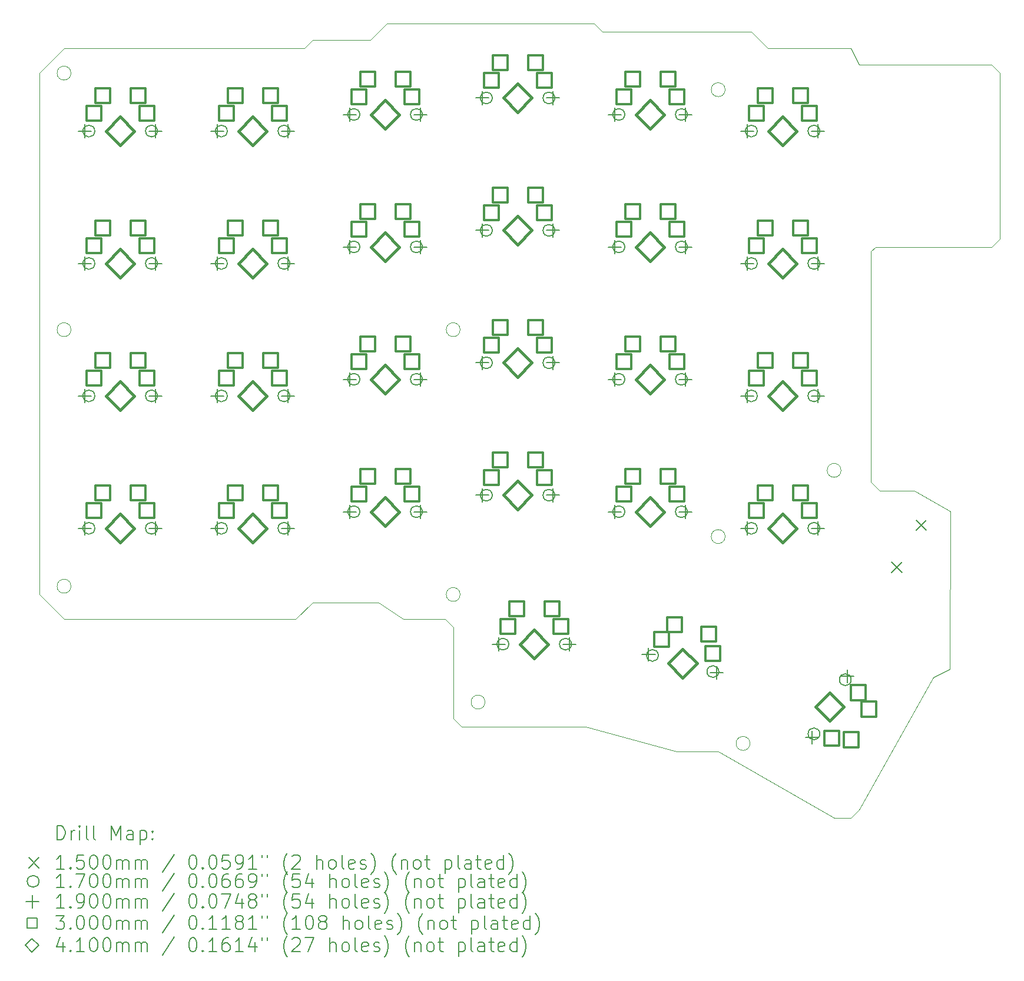
<source format=gbr>
%TF.GenerationSoftware,KiCad,Pcbnew,8.0.4*%
%TF.CreationDate,2024-09-10T03:21:52+03:00*%
%TF.ProjectId,silakka54,73696c61-6b6b-4613-9534-2e6b69636164,rev?*%
%TF.SameCoordinates,Original*%
%TF.FileFunction,Drillmap*%
%TF.FilePolarity,Positive*%
%FSLAX45Y45*%
G04 Gerber Fmt 4.5, Leading zero omitted, Abs format (unit mm)*
G04 Created by KiCad (PCBNEW 8.0.4) date 2024-09-10 03:21:52*
%MOMM*%
%LPD*%
G01*
G04 APERTURE LIST*
%ADD10C,0.050000*%
%ADD11C,0.100000*%
%ADD12C,0.200000*%
%ADD13C,0.150000*%
%ADD14C,0.170000*%
%ADD15C,0.190000*%
%ADD16C,0.300000*%
%ADD17C,0.410000*%
G04 APERTURE END LIST*
D10*
X10953750Y-2619375D02*
X13096875Y-2619375D01*
X13335000Y-2857500D01*
X14525625Y-2857500D01*
X14644687Y-3095625D01*
X16549687Y-3095625D01*
X16668750Y-3214687D01*
X16668750Y-5595937D01*
X16549687Y-5715000D01*
X14882812Y-5715000D01*
X14820000Y-5780000D01*
X14820000Y-9100000D01*
X14940000Y-9220000D01*
X15440000Y-9220000D01*
X15960000Y-9520000D01*
X15954375Y-11787187D01*
X15716250Y-11906250D01*
X14644687Y-13811250D01*
X14525625Y-13930312D01*
X14287500Y-13930312D01*
X12620625Y-12977812D01*
X12501562Y-12977812D01*
X12025312Y-12977812D01*
X10715625Y-12620625D01*
X8929688Y-12620625D01*
X8810625Y-12501562D01*
X8810625Y-11191875D01*
X8691563Y-11072813D01*
X8096250Y-11072813D01*
X7739062Y-10834688D01*
X6786562Y-10834688D01*
X6548437Y-11072813D01*
X3214687Y-11072813D01*
X2857500Y-10715625D01*
X2857500Y-3214687D01*
X3214687Y-2857500D01*
X6667500Y-2857500D01*
X6786562Y-2738438D01*
X7620000Y-2738438D01*
X7858125Y-2500313D01*
X10834688Y-2500313D01*
X10953750Y-2619375D01*
D11*
X3314687Y-10596563D02*
G75*
G02*
X3114687Y-10596563I-100000J0D01*
G01*
X3114687Y-10596563D02*
G75*
G02*
X3314687Y-10596563I100000J0D01*
G01*
X8910625Y-6905625D02*
G75*
G02*
X8710625Y-6905625I-100000J0D01*
G01*
X8710625Y-6905625D02*
G75*
G02*
X8910625Y-6905625I100000J0D01*
G01*
X9267813Y-12263437D02*
G75*
G02*
X9067813Y-12263437I-100000J0D01*
G01*
X9067813Y-12263437D02*
G75*
G02*
X9267813Y-12263437I100000J0D01*
G01*
X8910625Y-10715625D02*
G75*
G02*
X8710625Y-10715625I-100000J0D01*
G01*
X8710625Y-10715625D02*
G75*
G02*
X8910625Y-10715625I100000J0D01*
G01*
X12720625Y-3452812D02*
G75*
G02*
X12520625Y-3452812I-100000J0D01*
G01*
X12520625Y-3452812D02*
G75*
G02*
X12720625Y-3452812I100000J0D01*
G01*
X14387500Y-8929688D02*
G75*
G02*
X14187500Y-8929688I-100000J0D01*
G01*
X14187500Y-8929688D02*
G75*
G02*
X14387500Y-8929688I100000J0D01*
G01*
X12720625Y-9882188D02*
G75*
G02*
X12520625Y-9882188I-100000J0D01*
G01*
X12520625Y-9882188D02*
G75*
G02*
X12720625Y-9882188I100000J0D01*
G01*
X3314687Y-6905625D02*
G75*
G02*
X3114687Y-6905625I-100000J0D01*
G01*
X3114687Y-6905625D02*
G75*
G02*
X3314687Y-6905625I100000J0D01*
G01*
X13077812Y-12858750D02*
G75*
G02*
X12877812Y-12858750I-100000J0D01*
G01*
X12877812Y-12858750D02*
G75*
G02*
X13077812Y-12858750I100000J0D01*
G01*
X3314687Y-3214687D02*
G75*
G02*
X3114687Y-3214687I-100000J0D01*
G01*
X3114687Y-3214687D02*
G75*
G02*
X3314687Y-3214687I100000J0D01*
G01*
D12*
D13*
X15115000Y-10251218D02*
X15265000Y-10401218D01*
X15265000Y-10251218D02*
X15115000Y-10401218D01*
X15465000Y-9645000D02*
X15615000Y-9795000D01*
X15615000Y-9645000D02*
X15465000Y-9795000D01*
D14*
X3656875Y-4048125D02*
G75*
G02*
X3486875Y-4048125I-85000J0D01*
G01*
X3486875Y-4048125D02*
G75*
G02*
X3656875Y-4048125I85000J0D01*
G01*
X3656875Y-5953125D02*
G75*
G02*
X3486875Y-5953125I-85000J0D01*
G01*
X3486875Y-5953125D02*
G75*
G02*
X3656875Y-5953125I85000J0D01*
G01*
X3656875Y-7858125D02*
G75*
G02*
X3486875Y-7858125I-85000J0D01*
G01*
X3486875Y-7858125D02*
G75*
G02*
X3656875Y-7858125I85000J0D01*
G01*
X3656875Y-9763125D02*
G75*
G02*
X3486875Y-9763125I-85000J0D01*
G01*
X3486875Y-9763125D02*
G75*
G02*
X3656875Y-9763125I85000J0D01*
G01*
X4556875Y-4048125D02*
G75*
G02*
X4386875Y-4048125I-85000J0D01*
G01*
X4386875Y-4048125D02*
G75*
G02*
X4556875Y-4048125I85000J0D01*
G01*
X4556875Y-5953125D02*
G75*
G02*
X4386875Y-5953125I-85000J0D01*
G01*
X4386875Y-5953125D02*
G75*
G02*
X4556875Y-5953125I85000J0D01*
G01*
X4556875Y-7858125D02*
G75*
G02*
X4386875Y-7858125I-85000J0D01*
G01*
X4386875Y-7858125D02*
G75*
G02*
X4556875Y-7858125I85000J0D01*
G01*
X4556875Y-9763125D02*
G75*
G02*
X4386875Y-9763125I-85000J0D01*
G01*
X4386875Y-9763125D02*
G75*
G02*
X4556875Y-9763125I85000J0D01*
G01*
X5561875Y-4048125D02*
G75*
G02*
X5391875Y-4048125I-85000J0D01*
G01*
X5391875Y-4048125D02*
G75*
G02*
X5561875Y-4048125I85000J0D01*
G01*
X5561875Y-5953125D02*
G75*
G02*
X5391875Y-5953125I-85000J0D01*
G01*
X5391875Y-5953125D02*
G75*
G02*
X5561875Y-5953125I85000J0D01*
G01*
X5561875Y-7858125D02*
G75*
G02*
X5391875Y-7858125I-85000J0D01*
G01*
X5391875Y-7858125D02*
G75*
G02*
X5561875Y-7858125I85000J0D01*
G01*
X5561875Y-9763125D02*
G75*
G02*
X5391875Y-9763125I-85000J0D01*
G01*
X5391875Y-9763125D02*
G75*
G02*
X5561875Y-9763125I85000J0D01*
G01*
X6461875Y-4048125D02*
G75*
G02*
X6291875Y-4048125I-85000J0D01*
G01*
X6291875Y-4048125D02*
G75*
G02*
X6461875Y-4048125I85000J0D01*
G01*
X6461875Y-5953125D02*
G75*
G02*
X6291875Y-5953125I-85000J0D01*
G01*
X6291875Y-5953125D02*
G75*
G02*
X6461875Y-5953125I85000J0D01*
G01*
X6461875Y-7858125D02*
G75*
G02*
X6291875Y-7858125I-85000J0D01*
G01*
X6291875Y-7858125D02*
G75*
G02*
X6461875Y-7858125I85000J0D01*
G01*
X6461875Y-9763125D02*
G75*
G02*
X6291875Y-9763125I-85000J0D01*
G01*
X6291875Y-9763125D02*
G75*
G02*
X6461875Y-9763125I85000J0D01*
G01*
X7466875Y-3810000D02*
G75*
G02*
X7296875Y-3810000I-85000J0D01*
G01*
X7296875Y-3810000D02*
G75*
G02*
X7466875Y-3810000I85000J0D01*
G01*
X7466875Y-5715000D02*
G75*
G02*
X7296875Y-5715000I-85000J0D01*
G01*
X7296875Y-5715000D02*
G75*
G02*
X7466875Y-5715000I85000J0D01*
G01*
X7466875Y-7620000D02*
G75*
G02*
X7296875Y-7620000I-85000J0D01*
G01*
X7296875Y-7620000D02*
G75*
G02*
X7466875Y-7620000I85000J0D01*
G01*
X7466875Y-9525000D02*
G75*
G02*
X7296875Y-9525000I-85000J0D01*
G01*
X7296875Y-9525000D02*
G75*
G02*
X7466875Y-9525000I85000J0D01*
G01*
X8366875Y-3810000D02*
G75*
G02*
X8196875Y-3810000I-85000J0D01*
G01*
X8196875Y-3810000D02*
G75*
G02*
X8366875Y-3810000I85000J0D01*
G01*
X8366875Y-5715000D02*
G75*
G02*
X8196875Y-5715000I-85000J0D01*
G01*
X8196875Y-5715000D02*
G75*
G02*
X8366875Y-5715000I85000J0D01*
G01*
X8366875Y-7620000D02*
G75*
G02*
X8196875Y-7620000I-85000J0D01*
G01*
X8196875Y-7620000D02*
G75*
G02*
X8366875Y-7620000I85000J0D01*
G01*
X8366875Y-9525000D02*
G75*
G02*
X8196875Y-9525000I-85000J0D01*
G01*
X8196875Y-9525000D02*
G75*
G02*
X8366875Y-9525000I85000J0D01*
G01*
X9371875Y-3571875D02*
G75*
G02*
X9201875Y-3571875I-85000J0D01*
G01*
X9201875Y-3571875D02*
G75*
G02*
X9371875Y-3571875I85000J0D01*
G01*
X9371875Y-5476875D02*
G75*
G02*
X9201875Y-5476875I-85000J0D01*
G01*
X9201875Y-5476875D02*
G75*
G02*
X9371875Y-5476875I85000J0D01*
G01*
X9371875Y-7381875D02*
G75*
G02*
X9201875Y-7381875I-85000J0D01*
G01*
X9201875Y-7381875D02*
G75*
G02*
X9371875Y-7381875I85000J0D01*
G01*
X9371875Y-9286875D02*
G75*
G02*
X9201875Y-9286875I-85000J0D01*
G01*
X9201875Y-9286875D02*
G75*
G02*
X9371875Y-9286875I85000J0D01*
G01*
X9610000Y-11430000D02*
G75*
G02*
X9440000Y-11430000I-85000J0D01*
G01*
X9440000Y-11430000D02*
G75*
G02*
X9610000Y-11430000I85000J0D01*
G01*
X10271875Y-3571875D02*
G75*
G02*
X10101875Y-3571875I-85000J0D01*
G01*
X10101875Y-3571875D02*
G75*
G02*
X10271875Y-3571875I85000J0D01*
G01*
X10271875Y-5476875D02*
G75*
G02*
X10101875Y-5476875I-85000J0D01*
G01*
X10101875Y-5476875D02*
G75*
G02*
X10271875Y-5476875I85000J0D01*
G01*
X10271875Y-7381875D02*
G75*
G02*
X10101875Y-7381875I-85000J0D01*
G01*
X10101875Y-7381875D02*
G75*
G02*
X10271875Y-7381875I85000J0D01*
G01*
X10271875Y-9286875D02*
G75*
G02*
X10101875Y-9286875I-85000J0D01*
G01*
X10101875Y-9286875D02*
G75*
G02*
X10271875Y-9286875I85000J0D01*
G01*
X10510000Y-11430000D02*
G75*
G02*
X10340000Y-11430000I-85000J0D01*
G01*
X10340000Y-11430000D02*
G75*
G02*
X10510000Y-11430000I85000J0D01*
G01*
X11276875Y-3810000D02*
G75*
G02*
X11106875Y-3810000I-85000J0D01*
G01*
X11106875Y-3810000D02*
G75*
G02*
X11276875Y-3810000I85000J0D01*
G01*
X11276875Y-5715000D02*
G75*
G02*
X11106875Y-5715000I-85000J0D01*
G01*
X11106875Y-5715000D02*
G75*
G02*
X11276875Y-5715000I85000J0D01*
G01*
X11276875Y-7620000D02*
G75*
G02*
X11106875Y-7620000I-85000J0D01*
G01*
X11106875Y-7620000D02*
G75*
G02*
X11276875Y-7620000I85000J0D01*
G01*
X11276875Y-9525000D02*
G75*
G02*
X11106875Y-9525000I-85000J0D01*
G01*
X11106875Y-9525000D02*
G75*
G02*
X11276875Y-9525000I85000J0D01*
G01*
X11760208Y-11591656D02*
G75*
G02*
X11590208Y-11591656I-85000J0D01*
G01*
X11590208Y-11591656D02*
G75*
G02*
X11760208Y-11591656I85000J0D01*
G01*
X12176875Y-3810000D02*
G75*
G02*
X12006875Y-3810000I-85000J0D01*
G01*
X12006875Y-3810000D02*
G75*
G02*
X12176875Y-3810000I85000J0D01*
G01*
X12176875Y-5715000D02*
G75*
G02*
X12006875Y-5715000I-85000J0D01*
G01*
X12006875Y-5715000D02*
G75*
G02*
X12176875Y-5715000I85000J0D01*
G01*
X12176875Y-7620000D02*
G75*
G02*
X12006875Y-7620000I-85000J0D01*
G01*
X12006875Y-7620000D02*
G75*
G02*
X12176875Y-7620000I85000J0D01*
G01*
X12176875Y-9525000D02*
G75*
G02*
X12006875Y-9525000I-85000J0D01*
G01*
X12006875Y-9525000D02*
G75*
G02*
X12176875Y-9525000I85000J0D01*
G01*
X12629542Y-11824594D02*
G75*
G02*
X12459542Y-11824594I-85000J0D01*
G01*
X12459542Y-11824594D02*
G75*
G02*
X12629542Y-11824594I85000J0D01*
G01*
X13181875Y-4048125D02*
G75*
G02*
X13011875Y-4048125I-85000J0D01*
G01*
X13011875Y-4048125D02*
G75*
G02*
X13181875Y-4048125I85000J0D01*
G01*
X13181875Y-5953125D02*
G75*
G02*
X13011875Y-5953125I-85000J0D01*
G01*
X13011875Y-5953125D02*
G75*
G02*
X13181875Y-5953125I85000J0D01*
G01*
X13181875Y-7858125D02*
G75*
G02*
X13011875Y-7858125I-85000J0D01*
G01*
X13011875Y-7858125D02*
G75*
G02*
X13181875Y-7858125I85000J0D01*
G01*
X13181875Y-9763125D02*
G75*
G02*
X13011875Y-9763125I-85000J0D01*
G01*
X13011875Y-9763125D02*
G75*
G02*
X13181875Y-9763125I85000J0D01*
G01*
X14081875Y-4048125D02*
G75*
G02*
X13911875Y-4048125I-85000J0D01*
G01*
X13911875Y-4048125D02*
G75*
G02*
X14081875Y-4048125I85000J0D01*
G01*
X14081875Y-5953125D02*
G75*
G02*
X13911875Y-5953125I-85000J0D01*
G01*
X13911875Y-5953125D02*
G75*
G02*
X14081875Y-5953125I85000J0D01*
G01*
X14081875Y-7858125D02*
G75*
G02*
X13911875Y-7858125I-85000J0D01*
G01*
X13911875Y-7858125D02*
G75*
G02*
X14081875Y-7858125I85000J0D01*
G01*
X14081875Y-9763125D02*
G75*
G02*
X13911875Y-9763125I-85000J0D01*
G01*
X13911875Y-9763125D02*
G75*
G02*
X14081875Y-9763125I85000J0D01*
G01*
X14082875Y-12720836D02*
G75*
G02*
X13912875Y-12720836I-85000J0D01*
G01*
X13912875Y-12720836D02*
G75*
G02*
X14082875Y-12720836I85000J0D01*
G01*
X14532875Y-11941414D02*
G75*
G02*
X14362875Y-11941414I-85000J0D01*
G01*
X14362875Y-11941414D02*
G75*
G02*
X14532875Y-11941414I85000J0D01*
G01*
D15*
X3513875Y-3953125D02*
X3513875Y-4143125D01*
X3418875Y-4048125D02*
X3608875Y-4048125D01*
X3513875Y-5858125D02*
X3513875Y-6048125D01*
X3418875Y-5953125D02*
X3608875Y-5953125D01*
X3513875Y-7763125D02*
X3513875Y-7953125D01*
X3418875Y-7858125D02*
X3608875Y-7858125D01*
X3513875Y-9668125D02*
X3513875Y-9858125D01*
X3418875Y-9763125D02*
X3608875Y-9763125D01*
X4529875Y-3953125D02*
X4529875Y-4143125D01*
X4434875Y-4048125D02*
X4624875Y-4048125D01*
X4529875Y-5858125D02*
X4529875Y-6048125D01*
X4434875Y-5953125D02*
X4624875Y-5953125D01*
X4529875Y-7763125D02*
X4529875Y-7953125D01*
X4434875Y-7858125D02*
X4624875Y-7858125D01*
X4529875Y-9668125D02*
X4529875Y-9858125D01*
X4434875Y-9763125D02*
X4624875Y-9763125D01*
X5418875Y-3953125D02*
X5418875Y-4143125D01*
X5323875Y-4048125D02*
X5513875Y-4048125D01*
X5418875Y-5858125D02*
X5418875Y-6048125D01*
X5323875Y-5953125D02*
X5513875Y-5953125D01*
X5418875Y-7763125D02*
X5418875Y-7953125D01*
X5323875Y-7858125D02*
X5513875Y-7858125D01*
X5418875Y-9668125D02*
X5418875Y-9858125D01*
X5323875Y-9763125D02*
X5513875Y-9763125D01*
X6434875Y-3953125D02*
X6434875Y-4143125D01*
X6339875Y-4048125D02*
X6529875Y-4048125D01*
X6434875Y-5858125D02*
X6434875Y-6048125D01*
X6339875Y-5953125D02*
X6529875Y-5953125D01*
X6434875Y-7763125D02*
X6434875Y-7953125D01*
X6339875Y-7858125D02*
X6529875Y-7858125D01*
X6434875Y-9668125D02*
X6434875Y-9858125D01*
X6339875Y-9763125D02*
X6529875Y-9763125D01*
X7323875Y-3715000D02*
X7323875Y-3905000D01*
X7228875Y-3810000D02*
X7418875Y-3810000D01*
X7323875Y-5620000D02*
X7323875Y-5810000D01*
X7228875Y-5715000D02*
X7418875Y-5715000D01*
X7323875Y-7525000D02*
X7323875Y-7715000D01*
X7228875Y-7620000D02*
X7418875Y-7620000D01*
X7323875Y-9430000D02*
X7323875Y-9620000D01*
X7228875Y-9525000D02*
X7418875Y-9525000D01*
X8339875Y-3715000D02*
X8339875Y-3905000D01*
X8244875Y-3810000D02*
X8434875Y-3810000D01*
X8339875Y-5620000D02*
X8339875Y-5810000D01*
X8244875Y-5715000D02*
X8434875Y-5715000D01*
X8339875Y-7525000D02*
X8339875Y-7715000D01*
X8244875Y-7620000D02*
X8434875Y-7620000D01*
X8339875Y-9430000D02*
X8339875Y-9620000D01*
X8244875Y-9525000D02*
X8434875Y-9525000D01*
X9228875Y-3476875D02*
X9228875Y-3666875D01*
X9133875Y-3571875D02*
X9323875Y-3571875D01*
X9228875Y-5381875D02*
X9228875Y-5571875D01*
X9133875Y-5476875D02*
X9323875Y-5476875D01*
X9228875Y-7286875D02*
X9228875Y-7476875D01*
X9133875Y-7381875D02*
X9323875Y-7381875D01*
X9228875Y-9191875D02*
X9228875Y-9381875D01*
X9133875Y-9286875D02*
X9323875Y-9286875D01*
X9467000Y-11335000D02*
X9467000Y-11525000D01*
X9372000Y-11430000D02*
X9562000Y-11430000D01*
X10244875Y-3476875D02*
X10244875Y-3666875D01*
X10149875Y-3571875D02*
X10339875Y-3571875D01*
X10244875Y-5381875D02*
X10244875Y-5571875D01*
X10149875Y-5476875D02*
X10339875Y-5476875D01*
X10244875Y-7286875D02*
X10244875Y-7476875D01*
X10149875Y-7381875D02*
X10339875Y-7381875D01*
X10244875Y-9191875D02*
X10244875Y-9381875D01*
X10149875Y-9286875D02*
X10339875Y-9286875D01*
X10483000Y-11335000D02*
X10483000Y-11525000D01*
X10388000Y-11430000D02*
X10578000Y-11430000D01*
X11133875Y-3715000D02*
X11133875Y-3905000D01*
X11038875Y-3810000D02*
X11228875Y-3810000D01*
X11133875Y-5620000D02*
X11133875Y-5810000D01*
X11038875Y-5715000D02*
X11228875Y-5715000D01*
X11133875Y-7525000D02*
X11133875Y-7715000D01*
X11038875Y-7620000D02*
X11228875Y-7620000D01*
X11133875Y-9430000D02*
X11133875Y-9620000D01*
X11038875Y-9525000D02*
X11228875Y-9525000D01*
X11619185Y-11481645D02*
X11619185Y-11671645D01*
X11524185Y-11576645D02*
X11714185Y-11576645D01*
X12149875Y-3715000D02*
X12149875Y-3905000D01*
X12054875Y-3810000D02*
X12244875Y-3810000D01*
X12149875Y-5620000D02*
X12149875Y-5810000D01*
X12054875Y-5715000D02*
X12244875Y-5715000D01*
X12149875Y-7525000D02*
X12149875Y-7715000D01*
X12054875Y-7620000D02*
X12244875Y-7620000D01*
X12149875Y-9430000D02*
X12149875Y-9620000D01*
X12054875Y-9525000D02*
X12244875Y-9525000D01*
X12600565Y-11744605D02*
X12600565Y-11934605D01*
X12505565Y-11839605D02*
X12695565Y-11839605D01*
X13038875Y-3953125D02*
X13038875Y-4143125D01*
X12943875Y-4048125D02*
X13133875Y-4048125D01*
X13038875Y-5858125D02*
X13038875Y-6048125D01*
X12943875Y-5953125D02*
X13133875Y-5953125D01*
X13038875Y-7763125D02*
X13038875Y-7953125D01*
X12943875Y-7858125D02*
X13133875Y-7858125D01*
X13038875Y-9668125D02*
X13038875Y-9858125D01*
X12943875Y-9763125D02*
X13133875Y-9763125D01*
X13968875Y-12676066D02*
X13968875Y-12866066D01*
X13873875Y-12771066D02*
X14063875Y-12771066D01*
X14054875Y-3953125D02*
X14054875Y-4143125D01*
X13959875Y-4048125D02*
X14149875Y-4048125D01*
X14054875Y-5858125D02*
X14054875Y-6048125D01*
X13959875Y-5953125D02*
X14149875Y-5953125D01*
X14054875Y-7763125D02*
X14054875Y-7953125D01*
X13959875Y-7858125D02*
X14149875Y-7858125D01*
X14054875Y-9668125D02*
X14054875Y-9858125D01*
X13959875Y-9763125D02*
X14149875Y-9763125D01*
X14476875Y-11796184D02*
X14476875Y-11986184D01*
X14381875Y-11891184D02*
X14571875Y-11891184D01*
D16*
X3746942Y-3900192D02*
X3746942Y-3688058D01*
X3534808Y-3688058D01*
X3534808Y-3900192D01*
X3746942Y-3900192D01*
X3746942Y-5805192D02*
X3746942Y-5593058D01*
X3534808Y-5593058D01*
X3534808Y-5805192D01*
X3746942Y-5805192D01*
X3746942Y-7710192D02*
X3746942Y-7498058D01*
X3534808Y-7498058D01*
X3534808Y-7710192D01*
X3746942Y-7710192D01*
X3746942Y-9615192D02*
X3746942Y-9403058D01*
X3534808Y-9403058D01*
X3534808Y-9615192D01*
X3746942Y-9615192D01*
X3873942Y-3646192D02*
X3873942Y-3434058D01*
X3661808Y-3434058D01*
X3661808Y-3646192D01*
X3873942Y-3646192D01*
X3873942Y-5551192D02*
X3873942Y-5339058D01*
X3661808Y-5339058D01*
X3661808Y-5551192D01*
X3873942Y-5551192D01*
X3873942Y-7456192D02*
X3873942Y-7244058D01*
X3661808Y-7244058D01*
X3661808Y-7456192D01*
X3873942Y-7456192D01*
X3873942Y-9361192D02*
X3873942Y-9149058D01*
X3661808Y-9149058D01*
X3661808Y-9361192D01*
X3873942Y-9361192D01*
X4381942Y-3646192D02*
X4381942Y-3434058D01*
X4169808Y-3434058D01*
X4169808Y-3646192D01*
X4381942Y-3646192D01*
X4381942Y-5551192D02*
X4381942Y-5339058D01*
X4169808Y-5339058D01*
X4169808Y-5551192D01*
X4381942Y-5551192D01*
X4381942Y-7456192D02*
X4381942Y-7244058D01*
X4169808Y-7244058D01*
X4169808Y-7456192D01*
X4381942Y-7456192D01*
X4381942Y-9361192D02*
X4381942Y-9149058D01*
X4169808Y-9149058D01*
X4169808Y-9361192D01*
X4381942Y-9361192D01*
X4508942Y-3900192D02*
X4508942Y-3688058D01*
X4296808Y-3688058D01*
X4296808Y-3900192D01*
X4508942Y-3900192D01*
X4508942Y-5805192D02*
X4508942Y-5593058D01*
X4296808Y-5593058D01*
X4296808Y-5805192D01*
X4508942Y-5805192D01*
X4508942Y-7710192D02*
X4508942Y-7498058D01*
X4296808Y-7498058D01*
X4296808Y-7710192D01*
X4508942Y-7710192D01*
X4508942Y-9615192D02*
X4508942Y-9403058D01*
X4296808Y-9403058D01*
X4296808Y-9615192D01*
X4508942Y-9615192D01*
X5651942Y-3900192D02*
X5651942Y-3688058D01*
X5439808Y-3688058D01*
X5439808Y-3900192D01*
X5651942Y-3900192D01*
X5651942Y-5805192D02*
X5651942Y-5593058D01*
X5439808Y-5593058D01*
X5439808Y-5805192D01*
X5651942Y-5805192D01*
X5651942Y-7710192D02*
X5651942Y-7498058D01*
X5439808Y-7498058D01*
X5439808Y-7710192D01*
X5651942Y-7710192D01*
X5651942Y-9615192D02*
X5651942Y-9403058D01*
X5439808Y-9403058D01*
X5439808Y-9615192D01*
X5651942Y-9615192D01*
X5778942Y-3646192D02*
X5778942Y-3434058D01*
X5566808Y-3434058D01*
X5566808Y-3646192D01*
X5778942Y-3646192D01*
X5778942Y-5551192D02*
X5778942Y-5339058D01*
X5566808Y-5339058D01*
X5566808Y-5551192D01*
X5778942Y-5551192D01*
X5778942Y-7456192D02*
X5778942Y-7244058D01*
X5566808Y-7244058D01*
X5566808Y-7456192D01*
X5778942Y-7456192D01*
X5778942Y-9361192D02*
X5778942Y-9149058D01*
X5566808Y-9149058D01*
X5566808Y-9361192D01*
X5778942Y-9361192D01*
X6286942Y-3646192D02*
X6286942Y-3434058D01*
X6074808Y-3434058D01*
X6074808Y-3646192D01*
X6286942Y-3646192D01*
X6286942Y-5551192D02*
X6286942Y-5339058D01*
X6074808Y-5339058D01*
X6074808Y-5551192D01*
X6286942Y-5551192D01*
X6286942Y-7456192D02*
X6286942Y-7244058D01*
X6074808Y-7244058D01*
X6074808Y-7456192D01*
X6286942Y-7456192D01*
X6286942Y-9361192D02*
X6286942Y-9149058D01*
X6074808Y-9149058D01*
X6074808Y-9361192D01*
X6286942Y-9361192D01*
X6413942Y-3900192D02*
X6413942Y-3688058D01*
X6201808Y-3688058D01*
X6201808Y-3900192D01*
X6413942Y-3900192D01*
X6413942Y-5805192D02*
X6413942Y-5593058D01*
X6201808Y-5593058D01*
X6201808Y-5805192D01*
X6413942Y-5805192D01*
X6413942Y-7710192D02*
X6413942Y-7498058D01*
X6201808Y-7498058D01*
X6201808Y-7710192D01*
X6413942Y-7710192D01*
X6413942Y-9615192D02*
X6413942Y-9403058D01*
X6201808Y-9403058D01*
X6201808Y-9615192D01*
X6413942Y-9615192D01*
X7556942Y-3662067D02*
X7556942Y-3449933D01*
X7344808Y-3449933D01*
X7344808Y-3662067D01*
X7556942Y-3662067D01*
X7556942Y-5567067D02*
X7556942Y-5354933D01*
X7344808Y-5354933D01*
X7344808Y-5567067D01*
X7556942Y-5567067D01*
X7556942Y-7472067D02*
X7556942Y-7259933D01*
X7344808Y-7259933D01*
X7344808Y-7472067D01*
X7556942Y-7472067D01*
X7556942Y-9377067D02*
X7556942Y-9164933D01*
X7344808Y-9164933D01*
X7344808Y-9377067D01*
X7556942Y-9377067D01*
X7683942Y-3408067D02*
X7683942Y-3195933D01*
X7471808Y-3195933D01*
X7471808Y-3408067D01*
X7683942Y-3408067D01*
X7683942Y-5313067D02*
X7683942Y-5100933D01*
X7471808Y-5100933D01*
X7471808Y-5313067D01*
X7683942Y-5313067D01*
X7683942Y-7218067D02*
X7683942Y-7005933D01*
X7471808Y-7005933D01*
X7471808Y-7218067D01*
X7683942Y-7218067D01*
X7683942Y-9123067D02*
X7683942Y-8910933D01*
X7471808Y-8910933D01*
X7471808Y-9123067D01*
X7683942Y-9123067D01*
X8191942Y-3408067D02*
X8191942Y-3195933D01*
X7979808Y-3195933D01*
X7979808Y-3408067D01*
X8191942Y-3408067D01*
X8191942Y-5313067D02*
X8191942Y-5100933D01*
X7979808Y-5100933D01*
X7979808Y-5313067D01*
X8191942Y-5313067D01*
X8191942Y-7218067D02*
X8191942Y-7005933D01*
X7979808Y-7005933D01*
X7979808Y-7218067D01*
X8191942Y-7218067D01*
X8191942Y-9123067D02*
X8191942Y-8910933D01*
X7979808Y-8910933D01*
X7979808Y-9123067D01*
X8191942Y-9123067D01*
X8318942Y-3662067D02*
X8318942Y-3449933D01*
X8106808Y-3449933D01*
X8106808Y-3662067D01*
X8318942Y-3662067D01*
X8318942Y-5567067D02*
X8318942Y-5354933D01*
X8106808Y-5354933D01*
X8106808Y-5567067D01*
X8318942Y-5567067D01*
X8318942Y-7472067D02*
X8318942Y-7259933D01*
X8106808Y-7259933D01*
X8106808Y-7472067D01*
X8318942Y-7472067D01*
X8318942Y-9377067D02*
X8318942Y-9164933D01*
X8106808Y-9164933D01*
X8106808Y-9377067D01*
X8318942Y-9377067D01*
X9461942Y-3423942D02*
X9461942Y-3211808D01*
X9249808Y-3211808D01*
X9249808Y-3423942D01*
X9461942Y-3423942D01*
X9461942Y-5328942D02*
X9461942Y-5116808D01*
X9249808Y-5116808D01*
X9249808Y-5328942D01*
X9461942Y-5328942D01*
X9461942Y-7233942D02*
X9461942Y-7021808D01*
X9249808Y-7021808D01*
X9249808Y-7233942D01*
X9461942Y-7233942D01*
X9461942Y-9138942D02*
X9461942Y-8926808D01*
X9249808Y-8926808D01*
X9249808Y-9138942D01*
X9461942Y-9138942D01*
X9588942Y-3169942D02*
X9588942Y-2957808D01*
X9376808Y-2957808D01*
X9376808Y-3169942D01*
X9588942Y-3169942D01*
X9588942Y-5074942D02*
X9588942Y-4862808D01*
X9376808Y-4862808D01*
X9376808Y-5074942D01*
X9588942Y-5074942D01*
X9588942Y-6979942D02*
X9588942Y-6767808D01*
X9376808Y-6767808D01*
X9376808Y-6979942D01*
X9588942Y-6979942D01*
X9588942Y-8884942D02*
X9588942Y-8672808D01*
X9376808Y-8672808D01*
X9376808Y-8884942D01*
X9588942Y-8884942D01*
X9700067Y-11282067D02*
X9700067Y-11069933D01*
X9487933Y-11069933D01*
X9487933Y-11282067D01*
X9700067Y-11282067D01*
X9827067Y-11028067D02*
X9827067Y-10815933D01*
X9614933Y-10815933D01*
X9614933Y-11028067D01*
X9827067Y-11028067D01*
X10096942Y-3169942D02*
X10096942Y-2957808D01*
X9884808Y-2957808D01*
X9884808Y-3169942D01*
X10096942Y-3169942D01*
X10096942Y-5074942D02*
X10096942Y-4862808D01*
X9884808Y-4862808D01*
X9884808Y-5074942D01*
X10096942Y-5074942D01*
X10096942Y-6979942D02*
X10096942Y-6767808D01*
X9884808Y-6767808D01*
X9884808Y-6979942D01*
X10096942Y-6979942D01*
X10096942Y-8884942D02*
X10096942Y-8672808D01*
X9884808Y-8672808D01*
X9884808Y-8884942D01*
X10096942Y-8884942D01*
X10223942Y-3423942D02*
X10223942Y-3211808D01*
X10011808Y-3211808D01*
X10011808Y-3423942D01*
X10223942Y-3423942D01*
X10223942Y-5328942D02*
X10223942Y-5116808D01*
X10011808Y-5116808D01*
X10011808Y-5328942D01*
X10223942Y-5328942D01*
X10223942Y-7233942D02*
X10223942Y-7021808D01*
X10011808Y-7021808D01*
X10011808Y-7233942D01*
X10223942Y-7233942D01*
X10223942Y-9138942D02*
X10223942Y-8926808D01*
X10011808Y-8926808D01*
X10011808Y-9138942D01*
X10223942Y-9138942D01*
X10335067Y-11028067D02*
X10335067Y-10815933D01*
X10122933Y-10815933D01*
X10122933Y-11028067D01*
X10335067Y-11028067D01*
X10462067Y-11282067D02*
X10462067Y-11069933D01*
X10249933Y-11069933D01*
X10249933Y-11282067D01*
X10462067Y-11282067D01*
X11366942Y-3662067D02*
X11366942Y-3449933D01*
X11154808Y-3449933D01*
X11154808Y-3662067D01*
X11366942Y-3662067D01*
X11366942Y-5567067D02*
X11366942Y-5354933D01*
X11154808Y-5354933D01*
X11154808Y-5567067D01*
X11366942Y-5567067D01*
X11366942Y-7472067D02*
X11366942Y-7259933D01*
X11154808Y-7259933D01*
X11154808Y-7472067D01*
X11366942Y-7472067D01*
X11366942Y-9377067D02*
X11366942Y-9164933D01*
X11154808Y-9164933D01*
X11154808Y-9377067D01*
X11366942Y-9377067D01*
X11493942Y-3408067D02*
X11493942Y-3195933D01*
X11281808Y-3195933D01*
X11281808Y-3408067D01*
X11493942Y-3408067D01*
X11493942Y-5313067D02*
X11493942Y-5100933D01*
X11281808Y-5100933D01*
X11281808Y-5313067D01*
X11493942Y-5313067D01*
X11493942Y-7218067D02*
X11493942Y-7005933D01*
X11281808Y-7005933D01*
X11281808Y-7218067D01*
X11493942Y-7218067D01*
X11493942Y-9123067D02*
X11493942Y-8910933D01*
X11281808Y-8910933D01*
X11281808Y-9123067D01*
X11493942Y-9123067D01*
X11913664Y-11470237D02*
X11913664Y-11258103D01*
X11701530Y-11258103D01*
X11701530Y-11470237D01*
X11913664Y-11470237D01*
X12001942Y-3408067D02*
X12001942Y-3195933D01*
X11789808Y-3195933D01*
X11789808Y-3408067D01*
X12001942Y-3408067D01*
X12001942Y-5313067D02*
X12001942Y-5100933D01*
X11789808Y-5100933D01*
X11789808Y-5313067D01*
X12001942Y-5313067D01*
X12001942Y-7218067D02*
X12001942Y-7005933D01*
X11789808Y-7005933D01*
X11789808Y-7218067D01*
X12001942Y-7218067D01*
X12001942Y-9123067D02*
X12001942Y-8910933D01*
X11789808Y-8910933D01*
X11789808Y-9123067D01*
X12001942Y-9123067D01*
X12102077Y-11257762D02*
X12102077Y-11045628D01*
X11889943Y-11045628D01*
X11889943Y-11257762D01*
X12102077Y-11257762D01*
X12128942Y-3662067D02*
X12128942Y-3449933D01*
X11916808Y-3449933D01*
X11916808Y-3662067D01*
X12128942Y-3662067D01*
X12128942Y-5567067D02*
X12128942Y-5354933D01*
X11916808Y-5354933D01*
X11916808Y-5567067D01*
X12128942Y-5567067D01*
X12128942Y-7472067D02*
X12128942Y-7259933D01*
X11916808Y-7259933D01*
X11916808Y-7472067D01*
X12128942Y-7472067D01*
X12128942Y-9377067D02*
X12128942Y-9164933D01*
X11916808Y-9164933D01*
X11916808Y-9377067D01*
X12128942Y-9377067D01*
X12592767Y-11389242D02*
X12592767Y-11177108D01*
X12380633Y-11177108D01*
X12380633Y-11389242D01*
X12592767Y-11389242D01*
X12649700Y-11667457D02*
X12649700Y-11455323D01*
X12437566Y-11455323D01*
X12437566Y-11667457D01*
X12649700Y-11667457D01*
X13271942Y-3900192D02*
X13271942Y-3688058D01*
X13059808Y-3688058D01*
X13059808Y-3900192D01*
X13271942Y-3900192D01*
X13271942Y-5805192D02*
X13271942Y-5593058D01*
X13059808Y-5593058D01*
X13059808Y-5805192D01*
X13271942Y-5805192D01*
X13271942Y-7710192D02*
X13271942Y-7498058D01*
X13059808Y-7498058D01*
X13059808Y-7710192D01*
X13271942Y-7710192D01*
X13271942Y-9615192D02*
X13271942Y-9403058D01*
X13059808Y-9403058D01*
X13059808Y-9615192D01*
X13271942Y-9615192D01*
X13398942Y-3646192D02*
X13398942Y-3434058D01*
X13186808Y-3434058D01*
X13186808Y-3646192D01*
X13398942Y-3646192D01*
X13398942Y-5551192D02*
X13398942Y-5339058D01*
X13186808Y-5339058D01*
X13186808Y-5551192D01*
X13398942Y-5551192D01*
X13398942Y-7456192D02*
X13398942Y-7244058D01*
X13186808Y-7244058D01*
X13186808Y-7456192D01*
X13398942Y-7456192D01*
X13398942Y-9361192D02*
X13398942Y-9149058D01*
X13186808Y-9149058D01*
X13186808Y-9361192D01*
X13398942Y-9361192D01*
X13906942Y-3646192D02*
X13906942Y-3434058D01*
X13694808Y-3434058D01*
X13694808Y-3646192D01*
X13906942Y-3646192D01*
X13906942Y-5551192D02*
X13906942Y-5339058D01*
X13694808Y-5339058D01*
X13694808Y-5551192D01*
X13906942Y-5551192D01*
X13906942Y-7456192D02*
X13906942Y-7244058D01*
X13694808Y-7244058D01*
X13694808Y-7456192D01*
X13906942Y-7456192D01*
X13906942Y-9361192D02*
X13906942Y-9149058D01*
X13694808Y-9149058D01*
X13694808Y-9361192D01*
X13906942Y-9361192D01*
X14033942Y-3900192D02*
X14033942Y-3688058D01*
X13821808Y-3688058D01*
X13821808Y-3900192D01*
X14033942Y-3900192D01*
X14033942Y-5805192D02*
X14033942Y-5593058D01*
X13821808Y-5593058D01*
X13821808Y-5805192D01*
X14033942Y-5805192D01*
X14033942Y-7710192D02*
X14033942Y-7498058D01*
X13821808Y-7498058D01*
X13821808Y-7710192D01*
X14033942Y-7710192D01*
X14033942Y-9615192D02*
X14033942Y-9403058D01*
X13821808Y-9403058D01*
X13821808Y-9615192D01*
X14033942Y-9615192D01*
X14358412Y-12894148D02*
X14358412Y-12682014D01*
X14146278Y-12682014D01*
X14146278Y-12894148D01*
X14358412Y-12894148D01*
X14641883Y-12911162D02*
X14641883Y-12699028D01*
X14429749Y-12699028D01*
X14429749Y-12911162D01*
X14641883Y-12911162D01*
X14739412Y-12234236D02*
X14739412Y-12022102D01*
X14527278Y-12022102D01*
X14527278Y-12234236D01*
X14739412Y-12234236D01*
X14895883Y-12471221D02*
X14895883Y-12259087D01*
X14683749Y-12259087D01*
X14683749Y-12471221D01*
X14895883Y-12471221D01*
D17*
X4021875Y-4253125D02*
X4226875Y-4048125D01*
X4021875Y-3843125D01*
X3816875Y-4048125D01*
X4021875Y-4253125D01*
X4021875Y-6158125D02*
X4226875Y-5953125D01*
X4021875Y-5748125D01*
X3816875Y-5953125D01*
X4021875Y-6158125D01*
X4021875Y-8063125D02*
X4226875Y-7858125D01*
X4021875Y-7653125D01*
X3816875Y-7858125D01*
X4021875Y-8063125D01*
X4021875Y-9968125D02*
X4226875Y-9763125D01*
X4021875Y-9558125D01*
X3816875Y-9763125D01*
X4021875Y-9968125D01*
X5926875Y-4253125D02*
X6131875Y-4048125D01*
X5926875Y-3843125D01*
X5721875Y-4048125D01*
X5926875Y-4253125D01*
X5926875Y-6158125D02*
X6131875Y-5953125D01*
X5926875Y-5748125D01*
X5721875Y-5953125D01*
X5926875Y-6158125D01*
X5926875Y-8063125D02*
X6131875Y-7858125D01*
X5926875Y-7653125D01*
X5721875Y-7858125D01*
X5926875Y-8063125D01*
X5926875Y-9968125D02*
X6131875Y-9763125D01*
X5926875Y-9558125D01*
X5721875Y-9763125D01*
X5926875Y-9968125D01*
X7831875Y-4015000D02*
X8036875Y-3810000D01*
X7831875Y-3605000D01*
X7626875Y-3810000D01*
X7831875Y-4015000D01*
X7831875Y-5920000D02*
X8036875Y-5715000D01*
X7831875Y-5510000D01*
X7626875Y-5715000D01*
X7831875Y-5920000D01*
X7831875Y-7825000D02*
X8036875Y-7620000D01*
X7831875Y-7415000D01*
X7626875Y-7620000D01*
X7831875Y-7825000D01*
X7831875Y-9730000D02*
X8036875Y-9525000D01*
X7831875Y-9320000D01*
X7626875Y-9525000D01*
X7831875Y-9730000D01*
X9736875Y-3776875D02*
X9941875Y-3571875D01*
X9736875Y-3366875D01*
X9531875Y-3571875D01*
X9736875Y-3776875D01*
X9736875Y-5681875D02*
X9941875Y-5476875D01*
X9736875Y-5271875D01*
X9531875Y-5476875D01*
X9736875Y-5681875D01*
X9736875Y-7586875D02*
X9941875Y-7381875D01*
X9736875Y-7176875D01*
X9531875Y-7381875D01*
X9736875Y-7586875D01*
X9736875Y-9491875D02*
X9941875Y-9286875D01*
X9736875Y-9081875D01*
X9531875Y-9286875D01*
X9736875Y-9491875D01*
X9975000Y-11635000D02*
X10180000Y-11430000D01*
X9975000Y-11225000D01*
X9770000Y-11430000D01*
X9975000Y-11635000D01*
X11641875Y-4015000D02*
X11846875Y-3810000D01*
X11641875Y-3605000D01*
X11436875Y-3810000D01*
X11641875Y-4015000D01*
X11641875Y-5920000D02*
X11846875Y-5715000D01*
X11641875Y-5510000D01*
X11436875Y-5715000D01*
X11641875Y-5920000D01*
X11641875Y-7825000D02*
X11846875Y-7620000D01*
X11641875Y-7415000D01*
X11436875Y-7620000D01*
X11641875Y-7825000D01*
X11641875Y-9730000D02*
X11846875Y-9525000D01*
X11641875Y-9320000D01*
X11436875Y-9525000D01*
X11641875Y-9730000D01*
X12109875Y-11913125D02*
X12314875Y-11708125D01*
X12109875Y-11503125D01*
X11904875Y-11708125D01*
X12109875Y-11913125D01*
X13546875Y-4253125D02*
X13751875Y-4048125D01*
X13546875Y-3843125D01*
X13341875Y-4048125D01*
X13546875Y-4253125D01*
X13546875Y-6158125D02*
X13751875Y-5953125D01*
X13546875Y-5748125D01*
X13341875Y-5953125D01*
X13546875Y-6158125D01*
X13546875Y-8063125D02*
X13751875Y-7858125D01*
X13546875Y-7653125D01*
X13341875Y-7858125D01*
X13546875Y-8063125D01*
X13546875Y-9968125D02*
X13751875Y-9763125D01*
X13546875Y-9558125D01*
X13341875Y-9763125D01*
X13546875Y-9968125D01*
X14222875Y-12536125D02*
X14427875Y-12331125D01*
X14222875Y-12126125D01*
X14017875Y-12331125D01*
X14222875Y-12536125D01*
D12*
X3115777Y-14244296D02*
X3115777Y-14044296D01*
X3115777Y-14044296D02*
X3163396Y-14044296D01*
X3163396Y-14044296D02*
X3191967Y-14053820D01*
X3191967Y-14053820D02*
X3211015Y-14072868D01*
X3211015Y-14072868D02*
X3220539Y-14091915D01*
X3220539Y-14091915D02*
X3230062Y-14130010D01*
X3230062Y-14130010D02*
X3230062Y-14158582D01*
X3230062Y-14158582D02*
X3220539Y-14196677D01*
X3220539Y-14196677D02*
X3211015Y-14215725D01*
X3211015Y-14215725D02*
X3191967Y-14234772D01*
X3191967Y-14234772D02*
X3163396Y-14244296D01*
X3163396Y-14244296D02*
X3115777Y-14244296D01*
X3315777Y-14244296D02*
X3315777Y-14110963D01*
X3315777Y-14149058D02*
X3325301Y-14130010D01*
X3325301Y-14130010D02*
X3334824Y-14120487D01*
X3334824Y-14120487D02*
X3353872Y-14110963D01*
X3353872Y-14110963D02*
X3372920Y-14110963D01*
X3439586Y-14244296D02*
X3439586Y-14110963D01*
X3439586Y-14044296D02*
X3430062Y-14053820D01*
X3430062Y-14053820D02*
X3439586Y-14063344D01*
X3439586Y-14063344D02*
X3449110Y-14053820D01*
X3449110Y-14053820D02*
X3439586Y-14044296D01*
X3439586Y-14044296D02*
X3439586Y-14063344D01*
X3563396Y-14244296D02*
X3544348Y-14234772D01*
X3544348Y-14234772D02*
X3534824Y-14215725D01*
X3534824Y-14215725D02*
X3534824Y-14044296D01*
X3668158Y-14244296D02*
X3649110Y-14234772D01*
X3649110Y-14234772D02*
X3639586Y-14215725D01*
X3639586Y-14215725D02*
X3639586Y-14044296D01*
X3896729Y-14244296D02*
X3896729Y-14044296D01*
X3896729Y-14044296D02*
X3963396Y-14187153D01*
X3963396Y-14187153D02*
X4030062Y-14044296D01*
X4030062Y-14044296D02*
X4030062Y-14244296D01*
X4211015Y-14244296D02*
X4211015Y-14139534D01*
X4211015Y-14139534D02*
X4201491Y-14120487D01*
X4201491Y-14120487D02*
X4182443Y-14110963D01*
X4182443Y-14110963D02*
X4144348Y-14110963D01*
X4144348Y-14110963D02*
X4125301Y-14120487D01*
X4211015Y-14234772D02*
X4191967Y-14244296D01*
X4191967Y-14244296D02*
X4144348Y-14244296D01*
X4144348Y-14244296D02*
X4125301Y-14234772D01*
X4125301Y-14234772D02*
X4115777Y-14215725D01*
X4115777Y-14215725D02*
X4115777Y-14196677D01*
X4115777Y-14196677D02*
X4125301Y-14177630D01*
X4125301Y-14177630D02*
X4144348Y-14168106D01*
X4144348Y-14168106D02*
X4191967Y-14168106D01*
X4191967Y-14168106D02*
X4211015Y-14158582D01*
X4306253Y-14110963D02*
X4306253Y-14310963D01*
X4306253Y-14120487D02*
X4325301Y-14110963D01*
X4325301Y-14110963D02*
X4363396Y-14110963D01*
X4363396Y-14110963D02*
X4382444Y-14120487D01*
X4382444Y-14120487D02*
X4391967Y-14130010D01*
X4391967Y-14130010D02*
X4401491Y-14149058D01*
X4401491Y-14149058D02*
X4401491Y-14206201D01*
X4401491Y-14206201D02*
X4391967Y-14225249D01*
X4391967Y-14225249D02*
X4382444Y-14234772D01*
X4382444Y-14234772D02*
X4363396Y-14244296D01*
X4363396Y-14244296D02*
X4325301Y-14244296D01*
X4325301Y-14244296D02*
X4306253Y-14234772D01*
X4487205Y-14225249D02*
X4496729Y-14234772D01*
X4496729Y-14234772D02*
X4487205Y-14244296D01*
X4487205Y-14244296D02*
X4477682Y-14234772D01*
X4477682Y-14234772D02*
X4487205Y-14225249D01*
X4487205Y-14225249D02*
X4487205Y-14244296D01*
X4487205Y-14120487D02*
X4496729Y-14130010D01*
X4496729Y-14130010D02*
X4487205Y-14139534D01*
X4487205Y-14139534D02*
X4477682Y-14130010D01*
X4477682Y-14130010D02*
X4487205Y-14120487D01*
X4487205Y-14120487D02*
X4487205Y-14139534D01*
D13*
X2705000Y-14497812D02*
X2855000Y-14647812D01*
X2855000Y-14497812D02*
X2705000Y-14647812D01*
D12*
X3220539Y-14664296D02*
X3106253Y-14664296D01*
X3163396Y-14664296D02*
X3163396Y-14464296D01*
X3163396Y-14464296D02*
X3144348Y-14492868D01*
X3144348Y-14492868D02*
X3125301Y-14511915D01*
X3125301Y-14511915D02*
X3106253Y-14521439D01*
X3306253Y-14645249D02*
X3315777Y-14654772D01*
X3315777Y-14654772D02*
X3306253Y-14664296D01*
X3306253Y-14664296D02*
X3296729Y-14654772D01*
X3296729Y-14654772D02*
X3306253Y-14645249D01*
X3306253Y-14645249D02*
X3306253Y-14664296D01*
X3496729Y-14464296D02*
X3401491Y-14464296D01*
X3401491Y-14464296D02*
X3391967Y-14559534D01*
X3391967Y-14559534D02*
X3401491Y-14550010D01*
X3401491Y-14550010D02*
X3420539Y-14540487D01*
X3420539Y-14540487D02*
X3468158Y-14540487D01*
X3468158Y-14540487D02*
X3487205Y-14550010D01*
X3487205Y-14550010D02*
X3496729Y-14559534D01*
X3496729Y-14559534D02*
X3506253Y-14578582D01*
X3506253Y-14578582D02*
X3506253Y-14626201D01*
X3506253Y-14626201D02*
X3496729Y-14645249D01*
X3496729Y-14645249D02*
X3487205Y-14654772D01*
X3487205Y-14654772D02*
X3468158Y-14664296D01*
X3468158Y-14664296D02*
X3420539Y-14664296D01*
X3420539Y-14664296D02*
X3401491Y-14654772D01*
X3401491Y-14654772D02*
X3391967Y-14645249D01*
X3630062Y-14464296D02*
X3649110Y-14464296D01*
X3649110Y-14464296D02*
X3668158Y-14473820D01*
X3668158Y-14473820D02*
X3677682Y-14483344D01*
X3677682Y-14483344D02*
X3687205Y-14502391D01*
X3687205Y-14502391D02*
X3696729Y-14540487D01*
X3696729Y-14540487D02*
X3696729Y-14588106D01*
X3696729Y-14588106D02*
X3687205Y-14626201D01*
X3687205Y-14626201D02*
X3677682Y-14645249D01*
X3677682Y-14645249D02*
X3668158Y-14654772D01*
X3668158Y-14654772D02*
X3649110Y-14664296D01*
X3649110Y-14664296D02*
X3630062Y-14664296D01*
X3630062Y-14664296D02*
X3611015Y-14654772D01*
X3611015Y-14654772D02*
X3601491Y-14645249D01*
X3601491Y-14645249D02*
X3591967Y-14626201D01*
X3591967Y-14626201D02*
X3582443Y-14588106D01*
X3582443Y-14588106D02*
X3582443Y-14540487D01*
X3582443Y-14540487D02*
X3591967Y-14502391D01*
X3591967Y-14502391D02*
X3601491Y-14483344D01*
X3601491Y-14483344D02*
X3611015Y-14473820D01*
X3611015Y-14473820D02*
X3630062Y-14464296D01*
X3820539Y-14464296D02*
X3839586Y-14464296D01*
X3839586Y-14464296D02*
X3858634Y-14473820D01*
X3858634Y-14473820D02*
X3868158Y-14483344D01*
X3868158Y-14483344D02*
X3877682Y-14502391D01*
X3877682Y-14502391D02*
X3887205Y-14540487D01*
X3887205Y-14540487D02*
X3887205Y-14588106D01*
X3887205Y-14588106D02*
X3877682Y-14626201D01*
X3877682Y-14626201D02*
X3868158Y-14645249D01*
X3868158Y-14645249D02*
X3858634Y-14654772D01*
X3858634Y-14654772D02*
X3839586Y-14664296D01*
X3839586Y-14664296D02*
X3820539Y-14664296D01*
X3820539Y-14664296D02*
X3801491Y-14654772D01*
X3801491Y-14654772D02*
X3791967Y-14645249D01*
X3791967Y-14645249D02*
X3782443Y-14626201D01*
X3782443Y-14626201D02*
X3772920Y-14588106D01*
X3772920Y-14588106D02*
X3772920Y-14540487D01*
X3772920Y-14540487D02*
X3782443Y-14502391D01*
X3782443Y-14502391D02*
X3791967Y-14483344D01*
X3791967Y-14483344D02*
X3801491Y-14473820D01*
X3801491Y-14473820D02*
X3820539Y-14464296D01*
X3972920Y-14664296D02*
X3972920Y-14530963D01*
X3972920Y-14550010D02*
X3982443Y-14540487D01*
X3982443Y-14540487D02*
X4001491Y-14530963D01*
X4001491Y-14530963D02*
X4030063Y-14530963D01*
X4030063Y-14530963D02*
X4049110Y-14540487D01*
X4049110Y-14540487D02*
X4058634Y-14559534D01*
X4058634Y-14559534D02*
X4058634Y-14664296D01*
X4058634Y-14559534D02*
X4068158Y-14540487D01*
X4068158Y-14540487D02*
X4087205Y-14530963D01*
X4087205Y-14530963D02*
X4115777Y-14530963D01*
X4115777Y-14530963D02*
X4134824Y-14540487D01*
X4134824Y-14540487D02*
X4144348Y-14559534D01*
X4144348Y-14559534D02*
X4144348Y-14664296D01*
X4239586Y-14664296D02*
X4239586Y-14530963D01*
X4239586Y-14550010D02*
X4249110Y-14540487D01*
X4249110Y-14540487D02*
X4268158Y-14530963D01*
X4268158Y-14530963D02*
X4296729Y-14530963D01*
X4296729Y-14530963D02*
X4315777Y-14540487D01*
X4315777Y-14540487D02*
X4325301Y-14559534D01*
X4325301Y-14559534D02*
X4325301Y-14664296D01*
X4325301Y-14559534D02*
X4334825Y-14540487D01*
X4334825Y-14540487D02*
X4353872Y-14530963D01*
X4353872Y-14530963D02*
X4382444Y-14530963D01*
X4382444Y-14530963D02*
X4401491Y-14540487D01*
X4401491Y-14540487D02*
X4411015Y-14559534D01*
X4411015Y-14559534D02*
X4411015Y-14664296D01*
X4801491Y-14454772D02*
X4630063Y-14711915D01*
X5058634Y-14464296D02*
X5077682Y-14464296D01*
X5077682Y-14464296D02*
X5096729Y-14473820D01*
X5096729Y-14473820D02*
X5106253Y-14483344D01*
X5106253Y-14483344D02*
X5115777Y-14502391D01*
X5115777Y-14502391D02*
X5125301Y-14540487D01*
X5125301Y-14540487D02*
X5125301Y-14588106D01*
X5125301Y-14588106D02*
X5115777Y-14626201D01*
X5115777Y-14626201D02*
X5106253Y-14645249D01*
X5106253Y-14645249D02*
X5096729Y-14654772D01*
X5096729Y-14654772D02*
X5077682Y-14664296D01*
X5077682Y-14664296D02*
X5058634Y-14664296D01*
X5058634Y-14664296D02*
X5039587Y-14654772D01*
X5039587Y-14654772D02*
X5030063Y-14645249D01*
X5030063Y-14645249D02*
X5020539Y-14626201D01*
X5020539Y-14626201D02*
X5011015Y-14588106D01*
X5011015Y-14588106D02*
X5011015Y-14540487D01*
X5011015Y-14540487D02*
X5020539Y-14502391D01*
X5020539Y-14502391D02*
X5030063Y-14483344D01*
X5030063Y-14483344D02*
X5039587Y-14473820D01*
X5039587Y-14473820D02*
X5058634Y-14464296D01*
X5211015Y-14645249D02*
X5220539Y-14654772D01*
X5220539Y-14654772D02*
X5211015Y-14664296D01*
X5211015Y-14664296D02*
X5201491Y-14654772D01*
X5201491Y-14654772D02*
X5211015Y-14645249D01*
X5211015Y-14645249D02*
X5211015Y-14664296D01*
X5344348Y-14464296D02*
X5363396Y-14464296D01*
X5363396Y-14464296D02*
X5382444Y-14473820D01*
X5382444Y-14473820D02*
X5391968Y-14483344D01*
X5391968Y-14483344D02*
X5401491Y-14502391D01*
X5401491Y-14502391D02*
X5411015Y-14540487D01*
X5411015Y-14540487D02*
X5411015Y-14588106D01*
X5411015Y-14588106D02*
X5401491Y-14626201D01*
X5401491Y-14626201D02*
X5391968Y-14645249D01*
X5391968Y-14645249D02*
X5382444Y-14654772D01*
X5382444Y-14654772D02*
X5363396Y-14664296D01*
X5363396Y-14664296D02*
X5344348Y-14664296D01*
X5344348Y-14664296D02*
X5325301Y-14654772D01*
X5325301Y-14654772D02*
X5315777Y-14645249D01*
X5315777Y-14645249D02*
X5306253Y-14626201D01*
X5306253Y-14626201D02*
X5296729Y-14588106D01*
X5296729Y-14588106D02*
X5296729Y-14540487D01*
X5296729Y-14540487D02*
X5306253Y-14502391D01*
X5306253Y-14502391D02*
X5315777Y-14483344D01*
X5315777Y-14483344D02*
X5325301Y-14473820D01*
X5325301Y-14473820D02*
X5344348Y-14464296D01*
X5591968Y-14464296D02*
X5496729Y-14464296D01*
X5496729Y-14464296D02*
X5487206Y-14559534D01*
X5487206Y-14559534D02*
X5496729Y-14550010D01*
X5496729Y-14550010D02*
X5515777Y-14540487D01*
X5515777Y-14540487D02*
X5563396Y-14540487D01*
X5563396Y-14540487D02*
X5582444Y-14550010D01*
X5582444Y-14550010D02*
X5591968Y-14559534D01*
X5591968Y-14559534D02*
X5601491Y-14578582D01*
X5601491Y-14578582D02*
X5601491Y-14626201D01*
X5601491Y-14626201D02*
X5591968Y-14645249D01*
X5591968Y-14645249D02*
X5582444Y-14654772D01*
X5582444Y-14654772D02*
X5563396Y-14664296D01*
X5563396Y-14664296D02*
X5515777Y-14664296D01*
X5515777Y-14664296D02*
X5496729Y-14654772D01*
X5496729Y-14654772D02*
X5487206Y-14645249D01*
X5696729Y-14664296D02*
X5734825Y-14664296D01*
X5734825Y-14664296D02*
X5753872Y-14654772D01*
X5753872Y-14654772D02*
X5763396Y-14645249D01*
X5763396Y-14645249D02*
X5782444Y-14616677D01*
X5782444Y-14616677D02*
X5791967Y-14578582D01*
X5791967Y-14578582D02*
X5791967Y-14502391D01*
X5791967Y-14502391D02*
X5782444Y-14483344D01*
X5782444Y-14483344D02*
X5772920Y-14473820D01*
X5772920Y-14473820D02*
X5753872Y-14464296D01*
X5753872Y-14464296D02*
X5715777Y-14464296D01*
X5715777Y-14464296D02*
X5696729Y-14473820D01*
X5696729Y-14473820D02*
X5687206Y-14483344D01*
X5687206Y-14483344D02*
X5677682Y-14502391D01*
X5677682Y-14502391D02*
X5677682Y-14550010D01*
X5677682Y-14550010D02*
X5687206Y-14569058D01*
X5687206Y-14569058D02*
X5696729Y-14578582D01*
X5696729Y-14578582D02*
X5715777Y-14588106D01*
X5715777Y-14588106D02*
X5753872Y-14588106D01*
X5753872Y-14588106D02*
X5772920Y-14578582D01*
X5772920Y-14578582D02*
X5782444Y-14569058D01*
X5782444Y-14569058D02*
X5791967Y-14550010D01*
X5982444Y-14664296D02*
X5868158Y-14664296D01*
X5925301Y-14664296D02*
X5925301Y-14464296D01*
X5925301Y-14464296D02*
X5906253Y-14492868D01*
X5906253Y-14492868D02*
X5887206Y-14511915D01*
X5887206Y-14511915D02*
X5868158Y-14521439D01*
X6058634Y-14464296D02*
X6058634Y-14502391D01*
X6134825Y-14464296D02*
X6134825Y-14502391D01*
X6430063Y-14740487D02*
X6420539Y-14730963D01*
X6420539Y-14730963D02*
X6401491Y-14702391D01*
X6401491Y-14702391D02*
X6391968Y-14683344D01*
X6391968Y-14683344D02*
X6382444Y-14654772D01*
X6382444Y-14654772D02*
X6372920Y-14607153D01*
X6372920Y-14607153D02*
X6372920Y-14569058D01*
X6372920Y-14569058D02*
X6382444Y-14521439D01*
X6382444Y-14521439D02*
X6391968Y-14492868D01*
X6391968Y-14492868D02*
X6401491Y-14473820D01*
X6401491Y-14473820D02*
X6420539Y-14445249D01*
X6420539Y-14445249D02*
X6430063Y-14435725D01*
X6496729Y-14483344D02*
X6506253Y-14473820D01*
X6506253Y-14473820D02*
X6525301Y-14464296D01*
X6525301Y-14464296D02*
X6572920Y-14464296D01*
X6572920Y-14464296D02*
X6591968Y-14473820D01*
X6591968Y-14473820D02*
X6601491Y-14483344D01*
X6601491Y-14483344D02*
X6611015Y-14502391D01*
X6611015Y-14502391D02*
X6611015Y-14521439D01*
X6611015Y-14521439D02*
X6601491Y-14550010D01*
X6601491Y-14550010D02*
X6487206Y-14664296D01*
X6487206Y-14664296D02*
X6611015Y-14664296D01*
X6849110Y-14664296D02*
X6849110Y-14464296D01*
X6934825Y-14664296D02*
X6934825Y-14559534D01*
X6934825Y-14559534D02*
X6925301Y-14540487D01*
X6925301Y-14540487D02*
X6906253Y-14530963D01*
X6906253Y-14530963D02*
X6877682Y-14530963D01*
X6877682Y-14530963D02*
X6858634Y-14540487D01*
X6858634Y-14540487D02*
X6849110Y-14550010D01*
X7058634Y-14664296D02*
X7039587Y-14654772D01*
X7039587Y-14654772D02*
X7030063Y-14645249D01*
X7030063Y-14645249D02*
X7020539Y-14626201D01*
X7020539Y-14626201D02*
X7020539Y-14569058D01*
X7020539Y-14569058D02*
X7030063Y-14550010D01*
X7030063Y-14550010D02*
X7039587Y-14540487D01*
X7039587Y-14540487D02*
X7058634Y-14530963D01*
X7058634Y-14530963D02*
X7087206Y-14530963D01*
X7087206Y-14530963D02*
X7106253Y-14540487D01*
X7106253Y-14540487D02*
X7115777Y-14550010D01*
X7115777Y-14550010D02*
X7125301Y-14569058D01*
X7125301Y-14569058D02*
X7125301Y-14626201D01*
X7125301Y-14626201D02*
X7115777Y-14645249D01*
X7115777Y-14645249D02*
X7106253Y-14654772D01*
X7106253Y-14654772D02*
X7087206Y-14664296D01*
X7087206Y-14664296D02*
X7058634Y-14664296D01*
X7239587Y-14664296D02*
X7220539Y-14654772D01*
X7220539Y-14654772D02*
X7211015Y-14635725D01*
X7211015Y-14635725D02*
X7211015Y-14464296D01*
X7391968Y-14654772D02*
X7372920Y-14664296D01*
X7372920Y-14664296D02*
X7334825Y-14664296D01*
X7334825Y-14664296D02*
X7315777Y-14654772D01*
X7315777Y-14654772D02*
X7306253Y-14635725D01*
X7306253Y-14635725D02*
X7306253Y-14559534D01*
X7306253Y-14559534D02*
X7315777Y-14540487D01*
X7315777Y-14540487D02*
X7334825Y-14530963D01*
X7334825Y-14530963D02*
X7372920Y-14530963D01*
X7372920Y-14530963D02*
X7391968Y-14540487D01*
X7391968Y-14540487D02*
X7401491Y-14559534D01*
X7401491Y-14559534D02*
X7401491Y-14578582D01*
X7401491Y-14578582D02*
X7306253Y-14597630D01*
X7477682Y-14654772D02*
X7496730Y-14664296D01*
X7496730Y-14664296D02*
X7534825Y-14664296D01*
X7534825Y-14664296D02*
X7553872Y-14654772D01*
X7553872Y-14654772D02*
X7563396Y-14635725D01*
X7563396Y-14635725D02*
X7563396Y-14626201D01*
X7563396Y-14626201D02*
X7553872Y-14607153D01*
X7553872Y-14607153D02*
X7534825Y-14597630D01*
X7534825Y-14597630D02*
X7506253Y-14597630D01*
X7506253Y-14597630D02*
X7487206Y-14588106D01*
X7487206Y-14588106D02*
X7477682Y-14569058D01*
X7477682Y-14569058D02*
X7477682Y-14559534D01*
X7477682Y-14559534D02*
X7487206Y-14540487D01*
X7487206Y-14540487D02*
X7506253Y-14530963D01*
X7506253Y-14530963D02*
X7534825Y-14530963D01*
X7534825Y-14530963D02*
X7553872Y-14540487D01*
X7630063Y-14740487D02*
X7639587Y-14730963D01*
X7639587Y-14730963D02*
X7658634Y-14702391D01*
X7658634Y-14702391D02*
X7668158Y-14683344D01*
X7668158Y-14683344D02*
X7677682Y-14654772D01*
X7677682Y-14654772D02*
X7687206Y-14607153D01*
X7687206Y-14607153D02*
X7687206Y-14569058D01*
X7687206Y-14569058D02*
X7677682Y-14521439D01*
X7677682Y-14521439D02*
X7668158Y-14492868D01*
X7668158Y-14492868D02*
X7658634Y-14473820D01*
X7658634Y-14473820D02*
X7639587Y-14445249D01*
X7639587Y-14445249D02*
X7630063Y-14435725D01*
X7991968Y-14740487D02*
X7982444Y-14730963D01*
X7982444Y-14730963D02*
X7963396Y-14702391D01*
X7963396Y-14702391D02*
X7953872Y-14683344D01*
X7953872Y-14683344D02*
X7944349Y-14654772D01*
X7944349Y-14654772D02*
X7934825Y-14607153D01*
X7934825Y-14607153D02*
X7934825Y-14569058D01*
X7934825Y-14569058D02*
X7944349Y-14521439D01*
X7944349Y-14521439D02*
X7953872Y-14492868D01*
X7953872Y-14492868D02*
X7963396Y-14473820D01*
X7963396Y-14473820D02*
X7982444Y-14445249D01*
X7982444Y-14445249D02*
X7991968Y-14435725D01*
X8068158Y-14530963D02*
X8068158Y-14664296D01*
X8068158Y-14550010D02*
X8077682Y-14540487D01*
X8077682Y-14540487D02*
X8096730Y-14530963D01*
X8096730Y-14530963D02*
X8125301Y-14530963D01*
X8125301Y-14530963D02*
X8144349Y-14540487D01*
X8144349Y-14540487D02*
X8153872Y-14559534D01*
X8153872Y-14559534D02*
X8153872Y-14664296D01*
X8277682Y-14664296D02*
X8258634Y-14654772D01*
X8258634Y-14654772D02*
X8249111Y-14645249D01*
X8249111Y-14645249D02*
X8239587Y-14626201D01*
X8239587Y-14626201D02*
X8239587Y-14569058D01*
X8239587Y-14569058D02*
X8249111Y-14550010D01*
X8249111Y-14550010D02*
X8258634Y-14540487D01*
X8258634Y-14540487D02*
X8277682Y-14530963D01*
X8277682Y-14530963D02*
X8306253Y-14530963D01*
X8306253Y-14530963D02*
X8325301Y-14540487D01*
X8325301Y-14540487D02*
X8334825Y-14550010D01*
X8334825Y-14550010D02*
X8344349Y-14569058D01*
X8344349Y-14569058D02*
X8344349Y-14626201D01*
X8344349Y-14626201D02*
X8334825Y-14645249D01*
X8334825Y-14645249D02*
X8325301Y-14654772D01*
X8325301Y-14654772D02*
X8306253Y-14664296D01*
X8306253Y-14664296D02*
X8277682Y-14664296D01*
X8401492Y-14530963D02*
X8477682Y-14530963D01*
X8430063Y-14464296D02*
X8430063Y-14635725D01*
X8430063Y-14635725D02*
X8439587Y-14654772D01*
X8439587Y-14654772D02*
X8458634Y-14664296D01*
X8458634Y-14664296D02*
X8477682Y-14664296D01*
X8696730Y-14530963D02*
X8696730Y-14730963D01*
X8696730Y-14540487D02*
X8715777Y-14530963D01*
X8715777Y-14530963D02*
X8753873Y-14530963D01*
X8753873Y-14530963D02*
X8772920Y-14540487D01*
X8772920Y-14540487D02*
X8782444Y-14550010D01*
X8782444Y-14550010D02*
X8791968Y-14569058D01*
X8791968Y-14569058D02*
X8791968Y-14626201D01*
X8791968Y-14626201D02*
X8782444Y-14645249D01*
X8782444Y-14645249D02*
X8772920Y-14654772D01*
X8772920Y-14654772D02*
X8753873Y-14664296D01*
X8753873Y-14664296D02*
X8715777Y-14664296D01*
X8715777Y-14664296D02*
X8696730Y-14654772D01*
X8906254Y-14664296D02*
X8887206Y-14654772D01*
X8887206Y-14654772D02*
X8877682Y-14635725D01*
X8877682Y-14635725D02*
X8877682Y-14464296D01*
X9068158Y-14664296D02*
X9068158Y-14559534D01*
X9068158Y-14559534D02*
X9058635Y-14540487D01*
X9058635Y-14540487D02*
X9039587Y-14530963D01*
X9039587Y-14530963D02*
X9001492Y-14530963D01*
X9001492Y-14530963D02*
X8982444Y-14540487D01*
X9068158Y-14654772D02*
X9049111Y-14664296D01*
X9049111Y-14664296D02*
X9001492Y-14664296D01*
X9001492Y-14664296D02*
X8982444Y-14654772D01*
X8982444Y-14654772D02*
X8972920Y-14635725D01*
X8972920Y-14635725D02*
X8972920Y-14616677D01*
X8972920Y-14616677D02*
X8982444Y-14597630D01*
X8982444Y-14597630D02*
X9001492Y-14588106D01*
X9001492Y-14588106D02*
X9049111Y-14588106D01*
X9049111Y-14588106D02*
X9068158Y-14578582D01*
X9134825Y-14530963D02*
X9211015Y-14530963D01*
X9163396Y-14464296D02*
X9163396Y-14635725D01*
X9163396Y-14635725D02*
X9172920Y-14654772D01*
X9172920Y-14654772D02*
X9191968Y-14664296D01*
X9191968Y-14664296D02*
X9211015Y-14664296D01*
X9353873Y-14654772D02*
X9334825Y-14664296D01*
X9334825Y-14664296D02*
X9296730Y-14664296D01*
X9296730Y-14664296D02*
X9277682Y-14654772D01*
X9277682Y-14654772D02*
X9268158Y-14635725D01*
X9268158Y-14635725D02*
X9268158Y-14559534D01*
X9268158Y-14559534D02*
X9277682Y-14540487D01*
X9277682Y-14540487D02*
X9296730Y-14530963D01*
X9296730Y-14530963D02*
X9334825Y-14530963D01*
X9334825Y-14530963D02*
X9353873Y-14540487D01*
X9353873Y-14540487D02*
X9363396Y-14559534D01*
X9363396Y-14559534D02*
X9363396Y-14578582D01*
X9363396Y-14578582D02*
X9268158Y-14597630D01*
X9534825Y-14664296D02*
X9534825Y-14464296D01*
X9534825Y-14654772D02*
X9515777Y-14664296D01*
X9515777Y-14664296D02*
X9477682Y-14664296D01*
X9477682Y-14664296D02*
X9458635Y-14654772D01*
X9458635Y-14654772D02*
X9449111Y-14645249D01*
X9449111Y-14645249D02*
X9439587Y-14626201D01*
X9439587Y-14626201D02*
X9439587Y-14569058D01*
X9439587Y-14569058D02*
X9449111Y-14550010D01*
X9449111Y-14550010D02*
X9458635Y-14540487D01*
X9458635Y-14540487D02*
X9477682Y-14530963D01*
X9477682Y-14530963D02*
X9515777Y-14530963D01*
X9515777Y-14530963D02*
X9534825Y-14540487D01*
X9611016Y-14740487D02*
X9620539Y-14730963D01*
X9620539Y-14730963D02*
X9639587Y-14702391D01*
X9639587Y-14702391D02*
X9649111Y-14683344D01*
X9649111Y-14683344D02*
X9658635Y-14654772D01*
X9658635Y-14654772D02*
X9668158Y-14607153D01*
X9668158Y-14607153D02*
X9668158Y-14569058D01*
X9668158Y-14569058D02*
X9658635Y-14521439D01*
X9658635Y-14521439D02*
X9649111Y-14492868D01*
X9649111Y-14492868D02*
X9639587Y-14473820D01*
X9639587Y-14473820D02*
X9620539Y-14445249D01*
X9620539Y-14445249D02*
X9611016Y-14435725D01*
D14*
X2855000Y-14842812D02*
G75*
G02*
X2685000Y-14842812I-85000J0D01*
G01*
X2685000Y-14842812D02*
G75*
G02*
X2855000Y-14842812I85000J0D01*
G01*
D12*
X3220539Y-14934296D02*
X3106253Y-14934296D01*
X3163396Y-14934296D02*
X3163396Y-14734296D01*
X3163396Y-14734296D02*
X3144348Y-14762868D01*
X3144348Y-14762868D02*
X3125301Y-14781915D01*
X3125301Y-14781915D02*
X3106253Y-14791439D01*
X3306253Y-14915249D02*
X3315777Y-14924772D01*
X3315777Y-14924772D02*
X3306253Y-14934296D01*
X3306253Y-14934296D02*
X3296729Y-14924772D01*
X3296729Y-14924772D02*
X3306253Y-14915249D01*
X3306253Y-14915249D02*
X3306253Y-14934296D01*
X3382443Y-14734296D02*
X3515777Y-14734296D01*
X3515777Y-14734296D02*
X3430062Y-14934296D01*
X3630062Y-14734296D02*
X3649110Y-14734296D01*
X3649110Y-14734296D02*
X3668158Y-14743820D01*
X3668158Y-14743820D02*
X3677682Y-14753344D01*
X3677682Y-14753344D02*
X3687205Y-14772391D01*
X3687205Y-14772391D02*
X3696729Y-14810487D01*
X3696729Y-14810487D02*
X3696729Y-14858106D01*
X3696729Y-14858106D02*
X3687205Y-14896201D01*
X3687205Y-14896201D02*
X3677682Y-14915249D01*
X3677682Y-14915249D02*
X3668158Y-14924772D01*
X3668158Y-14924772D02*
X3649110Y-14934296D01*
X3649110Y-14934296D02*
X3630062Y-14934296D01*
X3630062Y-14934296D02*
X3611015Y-14924772D01*
X3611015Y-14924772D02*
X3601491Y-14915249D01*
X3601491Y-14915249D02*
X3591967Y-14896201D01*
X3591967Y-14896201D02*
X3582443Y-14858106D01*
X3582443Y-14858106D02*
X3582443Y-14810487D01*
X3582443Y-14810487D02*
X3591967Y-14772391D01*
X3591967Y-14772391D02*
X3601491Y-14753344D01*
X3601491Y-14753344D02*
X3611015Y-14743820D01*
X3611015Y-14743820D02*
X3630062Y-14734296D01*
X3820539Y-14734296D02*
X3839586Y-14734296D01*
X3839586Y-14734296D02*
X3858634Y-14743820D01*
X3858634Y-14743820D02*
X3868158Y-14753344D01*
X3868158Y-14753344D02*
X3877682Y-14772391D01*
X3877682Y-14772391D02*
X3887205Y-14810487D01*
X3887205Y-14810487D02*
X3887205Y-14858106D01*
X3887205Y-14858106D02*
X3877682Y-14896201D01*
X3877682Y-14896201D02*
X3868158Y-14915249D01*
X3868158Y-14915249D02*
X3858634Y-14924772D01*
X3858634Y-14924772D02*
X3839586Y-14934296D01*
X3839586Y-14934296D02*
X3820539Y-14934296D01*
X3820539Y-14934296D02*
X3801491Y-14924772D01*
X3801491Y-14924772D02*
X3791967Y-14915249D01*
X3791967Y-14915249D02*
X3782443Y-14896201D01*
X3782443Y-14896201D02*
X3772920Y-14858106D01*
X3772920Y-14858106D02*
X3772920Y-14810487D01*
X3772920Y-14810487D02*
X3782443Y-14772391D01*
X3782443Y-14772391D02*
X3791967Y-14753344D01*
X3791967Y-14753344D02*
X3801491Y-14743820D01*
X3801491Y-14743820D02*
X3820539Y-14734296D01*
X3972920Y-14934296D02*
X3972920Y-14800963D01*
X3972920Y-14820010D02*
X3982443Y-14810487D01*
X3982443Y-14810487D02*
X4001491Y-14800963D01*
X4001491Y-14800963D02*
X4030063Y-14800963D01*
X4030063Y-14800963D02*
X4049110Y-14810487D01*
X4049110Y-14810487D02*
X4058634Y-14829534D01*
X4058634Y-14829534D02*
X4058634Y-14934296D01*
X4058634Y-14829534D02*
X4068158Y-14810487D01*
X4068158Y-14810487D02*
X4087205Y-14800963D01*
X4087205Y-14800963D02*
X4115777Y-14800963D01*
X4115777Y-14800963D02*
X4134824Y-14810487D01*
X4134824Y-14810487D02*
X4144348Y-14829534D01*
X4144348Y-14829534D02*
X4144348Y-14934296D01*
X4239586Y-14934296D02*
X4239586Y-14800963D01*
X4239586Y-14820010D02*
X4249110Y-14810487D01*
X4249110Y-14810487D02*
X4268158Y-14800963D01*
X4268158Y-14800963D02*
X4296729Y-14800963D01*
X4296729Y-14800963D02*
X4315777Y-14810487D01*
X4315777Y-14810487D02*
X4325301Y-14829534D01*
X4325301Y-14829534D02*
X4325301Y-14934296D01*
X4325301Y-14829534D02*
X4334825Y-14810487D01*
X4334825Y-14810487D02*
X4353872Y-14800963D01*
X4353872Y-14800963D02*
X4382444Y-14800963D01*
X4382444Y-14800963D02*
X4401491Y-14810487D01*
X4401491Y-14810487D02*
X4411015Y-14829534D01*
X4411015Y-14829534D02*
X4411015Y-14934296D01*
X4801491Y-14724772D02*
X4630063Y-14981915D01*
X5058634Y-14734296D02*
X5077682Y-14734296D01*
X5077682Y-14734296D02*
X5096729Y-14743820D01*
X5096729Y-14743820D02*
X5106253Y-14753344D01*
X5106253Y-14753344D02*
X5115777Y-14772391D01*
X5115777Y-14772391D02*
X5125301Y-14810487D01*
X5125301Y-14810487D02*
X5125301Y-14858106D01*
X5125301Y-14858106D02*
X5115777Y-14896201D01*
X5115777Y-14896201D02*
X5106253Y-14915249D01*
X5106253Y-14915249D02*
X5096729Y-14924772D01*
X5096729Y-14924772D02*
X5077682Y-14934296D01*
X5077682Y-14934296D02*
X5058634Y-14934296D01*
X5058634Y-14934296D02*
X5039587Y-14924772D01*
X5039587Y-14924772D02*
X5030063Y-14915249D01*
X5030063Y-14915249D02*
X5020539Y-14896201D01*
X5020539Y-14896201D02*
X5011015Y-14858106D01*
X5011015Y-14858106D02*
X5011015Y-14810487D01*
X5011015Y-14810487D02*
X5020539Y-14772391D01*
X5020539Y-14772391D02*
X5030063Y-14753344D01*
X5030063Y-14753344D02*
X5039587Y-14743820D01*
X5039587Y-14743820D02*
X5058634Y-14734296D01*
X5211015Y-14915249D02*
X5220539Y-14924772D01*
X5220539Y-14924772D02*
X5211015Y-14934296D01*
X5211015Y-14934296D02*
X5201491Y-14924772D01*
X5201491Y-14924772D02*
X5211015Y-14915249D01*
X5211015Y-14915249D02*
X5211015Y-14934296D01*
X5344348Y-14734296D02*
X5363396Y-14734296D01*
X5363396Y-14734296D02*
X5382444Y-14743820D01*
X5382444Y-14743820D02*
X5391968Y-14753344D01*
X5391968Y-14753344D02*
X5401491Y-14772391D01*
X5401491Y-14772391D02*
X5411015Y-14810487D01*
X5411015Y-14810487D02*
X5411015Y-14858106D01*
X5411015Y-14858106D02*
X5401491Y-14896201D01*
X5401491Y-14896201D02*
X5391968Y-14915249D01*
X5391968Y-14915249D02*
X5382444Y-14924772D01*
X5382444Y-14924772D02*
X5363396Y-14934296D01*
X5363396Y-14934296D02*
X5344348Y-14934296D01*
X5344348Y-14934296D02*
X5325301Y-14924772D01*
X5325301Y-14924772D02*
X5315777Y-14915249D01*
X5315777Y-14915249D02*
X5306253Y-14896201D01*
X5306253Y-14896201D02*
X5296729Y-14858106D01*
X5296729Y-14858106D02*
X5296729Y-14810487D01*
X5296729Y-14810487D02*
X5306253Y-14772391D01*
X5306253Y-14772391D02*
X5315777Y-14753344D01*
X5315777Y-14753344D02*
X5325301Y-14743820D01*
X5325301Y-14743820D02*
X5344348Y-14734296D01*
X5582444Y-14734296D02*
X5544348Y-14734296D01*
X5544348Y-14734296D02*
X5525301Y-14743820D01*
X5525301Y-14743820D02*
X5515777Y-14753344D01*
X5515777Y-14753344D02*
X5496729Y-14781915D01*
X5496729Y-14781915D02*
X5487206Y-14820010D01*
X5487206Y-14820010D02*
X5487206Y-14896201D01*
X5487206Y-14896201D02*
X5496729Y-14915249D01*
X5496729Y-14915249D02*
X5506253Y-14924772D01*
X5506253Y-14924772D02*
X5525301Y-14934296D01*
X5525301Y-14934296D02*
X5563396Y-14934296D01*
X5563396Y-14934296D02*
X5582444Y-14924772D01*
X5582444Y-14924772D02*
X5591968Y-14915249D01*
X5591968Y-14915249D02*
X5601491Y-14896201D01*
X5601491Y-14896201D02*
X5601491Y-14848582D01*
X5601491Y-14848582D02*
X5591968Y-14829534D01*
X5591968Y-14829534D02*
X5582444Y-14820010D01*
X5582444Y-14820010D02*
X5563396Y-14810487D01*
X5563396Y-14810487D02*
X5525301Y-14810487D01*
X5525301Y-14810487D02*
X5506253Y-14820010D01*
X5506253Y-14820010D02*
X5496729Y-14829534D01*
X5496729Y-14829534D02*
X5487206Y-14848582D01*
X5772920Y-14734296D02*
X5734825Y-14734296D01*
X5734825Y-14734296D02*
X5715777Y-14743820D01*
X5715777Y-14743820D02*
X5706253Y-14753344D01*
X5706253Y-14753344D02*
X5687206Y-14781915D01*
X5687206Y-14781915D02*
X5677682Y-14820010D01*
X5677682Y-14820010D02*
X5677682Y-14896201D01*
X5677682Y-14896201D02*
X5687206Y-14915249D01*
X5687206Y-14915249D02*
X5696729Y-14924772D01*
X5696729Y-14924772D02*
X5715777Y-14934296D01*
X5715777Y-14934296D02*
X5753872Y-14934296D01*
X5753872Y-14934296D02*
X5772920Y-14924772D01*
X5772920Y-14924772D02*
X5782444Y-14915249D01*
X5782444Y-14915249D02*
X5791967Y-14896201D01*
X5791967Y-14896201D02*
X5791967Y-14848582D01*
X5791967Y-14848582D02*
X5782444Y-14829534D01*
X5782444Y-14829534D02*
X5772920Y-14820010D01*
X5772920Y-14820010D02*
X5753872Y-14810487D01*
X5753872Y-14810487D02*
X5715777Y-14810487D01*
X5715777Y-14810487D02*
X5696729Y-14820010D01*
X5696729Y-14820010D02*
X5687206Y-14829534D01*
X5687206Y-14829534D02*
X5677682Y-14848582D01*
X5887206Y-14934296D02*
X5925301Y-14934296D01*
X5925301Y-14934296D02*
X5944348Y-14924772D01*
X5944348Y-14924772D02*
X5953872Y-14915249D01*
X5953872Y-14915249D02*
X5972920Y-14886677D01*
X5972920Y-14886677D02*
X5982444Y-14848582D01*
X5982444Y-14848582D02*
X5982444Y-14772391D01*
X5982444Y-14772391D02*
X5972920Y-14753344D01*
X5972920Y-14753344D02*
X5963396Y-14743820D01*
X5963396Y-14743820D02*
X5944348Y-14734296D01*
X5944348Y-14734296D02*
X5906253Y-14734296D01*
X5906253Y-14734296D02*
X5887206Y-14743820D01*
X5887206Y-14743820D02*
X5877682Y-14753344D01*
X5877682Y-14753344D02*
X5868158Y-14772391D01*
X5868158Y-14772391D02*
X5868158Y-14820010D01*
X5868158Y-14820010D02*
X5877682Y-14839058D01*
X5877682Y-14839058D02*
X5887206Y-14848582D01*
X5887206Y-14848582D02*
X5906253Y-14858106D01*
X5906253Y-14858106D02*
X5944348Y-14858106D01*
X5944348Y-14858106D02*
X5963396Y-14848582D01*
X5963396Y-14848582D02*
X5972920Y-14839058D01*
X5972920Y-14839058D02*
X5982444Y-14820010D01*
X6058634Y-14734296D02*
X6058634Y-14772391D01*
X6134825Y-14734296D02*
X6134825Y-14772391D01*
X6430063Y-15010487D02*
X6420539Y-15000963D01*
X6420539Y-15000963D02*
X6401491Y-14972391D01*
X6401491Y-14972391D02*
X6391968Y-14953344D01*
X6391968Y-14953344D02*
X6382444Y-14924772D01*
X6382444Y-14924772D02*
X6372920Y-14877153D01*
X6372920Y-14877153D02*
X6372920Y-14839058D01*
X6372920Y-14839058D02*
X6382444Y-14791439D01*
X6382444Y-14791439D02*
X6391968Y-14762868D01*
X6391968Y-14762868D02*
X6401491Y-14743820D01*
X6401491Y-14743820D02*
X6420539Y-14715249D01*
X6420539Y-14715249D02*
X6430063Y-14705725D01*
X6601491Y-14734296D02*
X6506253Y-14734296D01*
X6506253Y-14734296D02*
X6496729Y-14829534D01*
X6496729Y-14829534D02*
X6506253Y-14820010D01*
X6506253Y-14820010D02*
X6525301Y-14810487D01*
X6525301Y-14810487D02*
X6572920Y-14810487D01*
X6572920Y-14810487D02*
X6591968Y-14820010D01*
X6591968Y-14820010D02*
X6601491Y-14829534D01*
X6601491Y-14829534D02*
X6611015Y-14848582D01*
X6611015Y-14848582D02*
X6611015Y-14896201D01*
X6611015Y-14896201D02*
X6601491Y-14915249D01*
X6601491Y-14915249D02*
X6591968Y-14924772D01*
X6591968Y-14924772D02*
X6572920Y-14934296D01*
X6572920Y-14934296D02*
X6525301Y-14934296D01*
X6525301Y-14934296D02*
X6506253Y-14924772D01*
X6506253Y-14924772D02*
X6496729Y-14915249D01*
X6782444Y-14800963D02*
X6782444Y-14934296D01*
X6734825Y-14724772D02*
X6687206Y-14867630D01*
X6687206Y-14867630D02*
X6811015Y-14867630D01*
X7039587Y-14934296D02*
X7039587Y-14734296D01*
X7125301Y-14934296D02*
X7125301Y-14829534D01*
X7125301Y-14829534D02*
X7115777Y-14810487D01*
X7115777Y-14810487D02*
X7096730Y-14800963D01*
X7096730Y-14800963D02*
X7068158Y-14800963D01*
X7068158Y-14800963D02*
X7049110Y-14810487D01*
X7049110Y-14810487D02*
X7039587Y-14820010D01*
X7249110Y-14934296D02*
X7230063Y-14924772D01*
X7230063Y-14924772D02*
X7220539Y-14915249D01*
X7220539Y-14915249D02*
X7211015Y-14896201D01*
X7211015Y-14896201D02*
X7211015Y-14839058D01*
X7211015Y-14839058D02*
X7220539Y-14820010D01*
X7220539Y-14820010D02*
X7230063Y-14810487D01*
X7230063Y-14810487D02*
X7249110Y-14800963D01*
X7249110Y-14800963D02*
X7277682Y-14800963D01*
X7277682Y-14800963D02*
X7296730Y-14810487D01*
X7296730Y-14810487D02*
X7306253Y-14820010D01*
X7306253Y-14820010D02*
X7315777Y-14839058D01*
X7315777Y-14839058D02*
X7315777Y-14896201D01*
X7315777Y-14896201D02*
X7306253Y-14915249D01*
X7306253Y-14915249D02*
X7296730Y-14924772D01*
X7296730Y-14924772D02*
X7277682Y-14934296D01*
X7277682Y-14934296D02*
X7249110Y-14934296D01*
X7430063Y-14934296D02*
X7411015Y-14924772D01*
X7411015Y-14924772D02*
X7401491Y-14905725D01*
X7401491Y-14905725D02*
X7401491Y-14734296D01*
X7582444Y-14924772D02*
X7563396Y-14934296D01*
X7563396Y-14934296D02*
X7525301Y-14934296D01*
X7525301Y-14934296D02*
X7506253Y-14924772D01*
X7506253Y-14924772D02*
X7496730Y-14905725D01*
X7496730Y-14905725D02*
X7496730Y-14829534D01*
X7496730Y-14829534D02*
X7506253Y-14810487D01*
X7506253Y-14810487D02*
X7525301Y-14800963D01*
X7525301Y-14800963D02*
X7563396Y-14800963D01*
X7563396Y-14800963D02*
X7582444Y-14810487D01*
X7582444Y-14810487D02*
X7591968Y-14829534D01*
X7591968Y-14829534D02*
X7591968Y-14848582D01*
X7591968Y-14848582D02*
X7496730Y-14867630D01*
X7668158Y-14924772D02*
X7687206Y-14934296D01*
X7687206Y-14934296D02*
X7725301Y-14934296D01*
X7725301Y-14934296D02*
X7744349Y-14924772D01*
X7744349Y-14924772D02*
X7753872Y-14905725D01*
X7753872Y-14905725D02*
X7753872Y-14896201D01*
X7753872Y-14896201D02*
X7744349Y-14877153D01*
X7744349Y-14877153D02*
X7725301Y-14867630D01*
X7725301Y-14867630D02*
X7696730Y-14867630D01*
X7696730Y-14867630D02*
X7677682Y-14858106D01*
X7677682Y-14858106D02*
X7668158Y-14839058D01*
X7668158Y-14839058D02*
X7668158Y-14829534D01*
X7668158Y-14829534D02*
X7677682Y-14810487D01*
X7677682Y-14810487D02*
X7696730Y-14800963D01*
X7696730Y-14800963D02*
X7725301Y-14800963D01*
X7725301Y-14800963D02*
X7744349Y-14810487D01*
X7820539Y-15010487D02*
X7830063Y-15000963D01*
X7830063Y-15000963D02*
X7849111Y-14972391D01*
X7849111Y-14972391D02*
X7858634Y-14953344D01*
X7858634Y-14953344D02*
X7868158Y-14924772D01*
X7868158Y-14924772D02*
X7877682Y-14877153D01*
X7877682Y-14877153D02*
X7877682Y-14839058D01*
X7877682Y-14839058D02*
X7868158Y-14791439D01*
X7868158Y-14791439D02*
X7858634Y-14762868D01*
X7858634Y-14762868D02*
X7849111Y-14743820D01*
X7849111Y-14743820D02*
X7830063Y-14715249D01*
X7830063Y-14715249D02*
X7820539Y-14705725D01*
X8182444Y-15010487D02*
X8172920Y-15000963D01*
X8172920Y-15000963D02*
X8153872Y-14972391D01*
X8153872Y-14972391D02*
X8144349Y-14953344D01*
X8144349Y-14953344D02*
X8134825Y-14924772D01*
X8134825Y-14924772D02*
X8125301Y-14877153D01*
X8125301Y-14877153D02*
X8125301Y-14839058D01*
X8125301Y-14839058D02*
X8134825Y-14791439D01*
X8134825Y-14791439D02*
X8144349Y-14762868D01*
X8144349Y-14762868D02*
X8153872Y-14743820D01*
X8153872Y-14743820D02*
X8172920Y-14715249D01*
X8172920Y-14715249D02*
X8182444Y-14705725D01*
X8258634Y-14800963D02*
X8258634Y-14934296D01*
X8258634Y-14820010D02*
X8268158Y-14810487D01*
X8268158Y-14810487D02*
X8287206Y-14800963D01*
X8287206Y-14800963D02*
X8315777Y-14800963D01*
X8315777Y-14800963D02*
X8334825Y-14810487D01*
X8334825Y-14810487D02*
X8344349Y-14829534D01*
X8344349Y-14829534D02*
X8344349Y-14934296D01*
X8468158Y-14934296D02*
X8449111Y-14924772D01*
X8449111Y-14924772D02*
X8439587Y-14915249D01*
X8439587Y-14915249D02*
X8430063Y-14896201D01*
X8430063Y-14896201D02*
X8430063Y-14839058D01*
X8430063Y-14839058D02*
X8439587Y-14820010D01*
X8439587Y-14820010D02*
X8449111Y-14810487D01*
X8449111Y-14810487D02*
X8468158Y-14800963D01*
X8468158Y-14800963D02*
X8496730Y-14800963D01*
X8496730Y-14800963D02*
X8515777Y-14810487D01*
X8515777Y-14810487D02*
X8525301Y-14820010D01*
X8525301Y-14820010D02*
X8534825Y-14839058D01*
X8534825Y-14839058D02*
X8534825Y-14896201D01*
X8534825Y-14896201D02*
X8525301Y-14915249D01*
X8525301Y-14915249D02*
X8515777Y-14924772D01*
X8515777Y-14924772D02*
X8496730Y-14934296D01*
X8496730Y-14934296D02*
X8468158Y-14934296D01*
X8591968Y-14800963D02*
X8668158Y-14800963D01*
X8620539Y-14734296D02*
X8620539Y-14905725D01*
X8620539Y-14905725D02*
X8630063Y-14924772D01*
X8630063Y-14924772D02*
X8649111Y-14934296D01*
X8649111Y-14934296D02*
X8668158Y-14934296D01*
X8887206Y-14800963D02*
X8887206Y-15000963D01*
X8887206Y-14810487D02*
X8906254Y-14800963D01*
X8906254Y-14800963D02*
X8944349Y-14800963D01*
X8944349Y-14800963D02*
X8963396Y-14810487D01*
X8963396Y-14810487D02*
X8972920Y-14820010D01*
X8972920Y-14820010D02*
X8982444Y-14839058D01*
X8982444Y-14839058D02*
X8982444Y-14896201D01*
X8982444Y-14896201D02*
X8972920Y-14915249D01*
X8972920Y-14915249D02*
X8963396Y-14924772D01*
X8963396Y-14924772D02*
X8944349Y-14934296D01*
X8944349Y-14934296D02*
X8906254Y-14934296D01*
X8906254Y-14934296D02*
X8887206Y-14924772D01*
X9096730Y-14934296D02*
X9077682Y-14924772D01*
X9077682Y-14924772D02*
X9068158Y-14905725D01*
X9068158Y-14905725D02*
X9068158Y-14734296D01*
X9258635Y-14934296D02*
X9258635Y-14829534D01*
X9258635Y-14829534D02*
X9249111Y-14810487D01*
X9249111Y-14810487D02*
X9230063Y-14800963D01*
X9230063Y-14800963D02*
X9191968Y-14800963D01*
X9191968Y-14800963D02*
X9172920Y-14810487D01*
X9258635Y-14924772D02*
X9239587Y-14934296D01*
X9239587Y-14934296D02*
X9191968Y-14934296D01*
X9191968Y-14934296D02*
X9172920Y-14924772D01*
X9172920Y-14924772D02*
X9163396Y-14905725D01*
X9163396Y-14905725D02*
X9163396Y-14886677D01*
X9163396Y-14886677D02*
X9172920Y-14867630D01*
X9172920Y-14867630D02*
X9191968Y-14858106D01*
X9191968Y-14858106D02*
X9239587Y-14858106D01*
X9239587Y-14858106D02*
X9258635Y-14848582D01*
X9325301Y-14800963D02*
X9401492Y-14800963D01*
X9353873Y-14734296D02*
X9353873Y-14905725D01*
X9353873Y-14905725D02*
X9363396Y-14924772D01*
X9363396Y-14924772D02*
X9382444Y-14934296D01*
X9382444Y-14934296D02*
X9401492Y-14934296D01*
X9544349Y-14924772D02*
X9525301Y-14934296D01*
X9525301Y-14934296D02*
X9487206Y-14934296D01*
X9487206Y-14934296D02*
X9468158Y-14924772D01*
X9468158Y-14924772D02*
X9458635Y-14905725D01*
X9458635Y-14905725D02*
X9458635Y-14829534D01*
X9458635Y-14829534D02*
X9468158Y-14810487D01*
X9468158Y-14810487D02*
X9487206Y-14800963D01*
X9487206Y-14800963D02*
X9525301Y-14800963D01*
X9525301Y-14800963D02*
X9544349Y-14810487D01*
X9544349Y-14810487D02*
X9553873Y-14829534D01*
X9553873Y-14829534D02*
X9553873Y-14848582D01*
X9553873Y-14848582D02*
X9458635Y-14867630D01*
X9725301Y-14934296D02*
X9725301Y-14734296D01*
X9725301Y-14924772D02*
X9706254Y-14934296D01*
X9706254Y-14934296D02*
X9668158Y-14934296D01*
X9668158Y-14934296D02*
X9649111Y-14924772D01*
X9649111Y-14924772D02*
X9639587Y-14915249D01*
X9639587Y-14915249D02*
X9630063Y-14896201D01*
X9630063Y-14896201D02*
X9630063Y-14839058D01*
X9630063Y-14839058D02*
X9639587Y-14820010D01*
X9639587Y-14820010D02*
X9649111Y-14810487D01*
X9649111Y-14810487D02*
X9668158Y-14800963D01*
X9668158Y-14800963D02*
X9706254Y-14800963D01*
X9706254Y-14800963D02*
X9725301Y-14810487D01*
X9801492Y-15010487D02*
X9811016Y-15000963D01*
X9811016Y-15000963D02*
X9830063Y-14972391D01*
X9830063Y-14972391D02*
X9839587Y-14953344D01*
X9839587Y-14953344D02*
X9849111Y-14924772D01*
X9849111Y-14924772D02*
X9858635Y-14877153D01*
X9858635Y-14877153D02*
X9858635Y-14839058D01*
X9858635Y-14839058D02*
X9849111Y-14791439D01*
X9849111Y-14791439D02*
X9839587Y-14762868D01*
X9839587Y-14762868D02*
X9830063Y-14743820D01*
X9830063Y-14743820D02*
X9811016Y-14715249D01*
X9811016Y-14715249D02*
X9801492Y-14705725D01*
D15*
X2760000Y-15037812D02*
X2760000Y-15227812D01*
X2665000Y-15132812D02*
X2855000Y-15132812D01*
D12*
X3220539Y-15224296D02*
X3106253Y-15224296D01*
X3163396Y-15224296D02*
X3163396Y-15024296D01*
X3163396Y-15024296D02*
X3144348Y-15052868D01*
X3144348Y-15052868D02*
X3125301Y-15071915D01*
X3125301Y-15071915D02*
X3106253Y-15081439D01*
X3306253Y-15205249D02*
X3315777Y-15214772D01*
X3315777Y-15214772D02*
X3306253Y-15224296D01*
X3306253Y-15224296D02*
X3296729Y-15214772D01*
X3296729Y-15214772D02*
X3306253Y-15205249D01*
X3306253Y-15205249D02*
X3306253Y-15224296D01*
X3411015Y-15224296D02*
X3449110Y-15224296D01*
X3449110Y-15224296D02*
X3468158Y-15214772D01*
X3468158Y-15214772D02*
X3477682Y-15205249D01*
X3477682Y-15205249D02*
X3496729Y-15176677D01*
X3496729Y-15176677D02*
X3506253Y-15138582D01*
X3506253Y-15138582D02*
X3506253Y-15062391D01*
X3506253Y-15062391D02*
X3496729Y-15043344D01*
X3496729Y-15043344D02*
X3487205Y-15033820D01*
X3487205Y-15033820D02*
X3468158Y-15024296D01*
X3468158Y-15024296D02*
X3430062Y-15024296D01*
X3430062Y-15024296D02*
X3411015Y-15033820D01*
X3411015Y-15033820D02*
X3401491Y-15043344D01*
X3401491Y-15043344D02*
X3391967Y-15062391D01*
X3391967Y-15062391D02*
X3391967Y-15110010D01*
X3391967Y-15110010D02*
X3401491Y-15129058D01*
X3401491Y-15129058D02*
X3411015Y-15138582D01*
X3411015Y-15138582D02*
X3430062Y-15148106D01*
X3430062Y-15148106D02*
X3468158Y-15148106D01*
X3468158Y-15148106D02*
X3487205Y-15138582D01*
X3487205Y-15138582D02*
X3496729Y-15129058D01*
X3496729Y-15129058D02*
X3506253Y-15110010D01*
X3630062Y-15024296D02*
X3649110Y-15024296D01*
X3649110Y-15024296D02*
X3668158Y-15033820D01*
X3668158Y-15033820D02*
X3677682Y-15043344D01*
X3677682Y-15043344D02*
X3687205Y-15062391D01*
X3687205Y-15062391D02*
X3696729Y-15100487D01*
X3696729Y-15100487D02*
X3696729Y-15148106D01*
X3696729Y-15148106D02*
X3687205Y-15186201D01*
X3687205Y-15186201D02*
X3677682Y-15205249D01*
X3677682Y-15205249D02*
X3668158Y-15214772D01*
X3668158Y-15214772D02*
X3649110Y-15224296D01*
X3649110Y-15224296D02*
X3630062Y-15224296D01*
X3630062Y-15224296D02*
X3611015Y-15214772D01*
X3611015Y-15214772D02*
X3601491Y-15205249D01*
X3601491Y-15205249D02*
X3591967Y-15186201D01*
X3591967Y-15186201D02*
X3582443Y-15148106D01*
X3582443Y-15148106D02*
X3582443Y-15100487D01*
X3582443Y-15100487D02*
X3591967Y-15062391D01*
X3591967Y-15062391D02*
X3601491Y-15043344D01*
X3601491Y-15043344D02*
X3611015Y-15033820D01*
X3611015Y-15033820D02*
X3630062Y-15024296D01*
X3820539Y-15024296D02*
X3839586Y-15024296D01*
X3839586Y-15024296D02*
X3858634Y-15033820D01*
X3858634Y-15033820D02*
X3868158Y-15043344D01*
X3868158Y-15043344D02*
X3877682Y-15062391D01*
X3877682Y-15062391D02*
X3887205Y-15100487D01*
X3887205Y-15100487D02*
X3887205Y-15148106D01*
X3887205Y-15148106D02*
X3877682Y-15186201D01*
X3877682Y-15186201D02*
X3868158Y-15205249D01*
X3868158Y-15205249D02*
X3858634Y-15214772D01*
X3858634Y-15214772D02*
X3839586Y-15224296D01*
X3839586Y-15224296D02*
X3820539Y-15224296D01*
X3820539Y-15224296D02*
X3801491Y-15214772D01*
X3801491Y-15214772D02*
X3791967Y-15205249D01*
X3791967Y-15205249D02*
X3782443Y-15186201D01*
X3782443Y-15186201D02*
X3772920Y-15148106D01*
X3772920Y-15148106D02*
X3772920Y-15100487D01*
X3772920Y-15100487D02*
X3782443Y-15062391D01*
X3782443Y-15062391D02*
X3791967Y-15043344D01*
X3791967Y-15043344D02*
X3801491Y-15033820D01*
X3801491Y-15033820D02*
X3820539Y-15024296D01*
X3972920Y-15224296D02*
X3972920Y-15090963D01*
X3972920Y-15110010D02*
X3982443Y-15100487D01*
X3982443Y-15100487D02*
X4001491Y-15090963D01*
X4001491Y-15090963D02*
X4030063Y-15090963D01*
X4030063Y-15090963D02*
X4049110Y-15100487D01*
X4049110Y-15100487D02*
X4058634Y-15119534D01*
X4058634Y-15119534D02*
X4058634Y-15224296D01*
X4058634Y-15119534D02*
X4068158Y-15100487D01*
X4068158Y-15100487D02*
X4087205Y-15090963D01*
X4087205Y-15090963D02*
X4115777Y-15090963D01*
X4115777Y-15090963D02*
X4134824Y-15100487D01*
X4134824Y-15100487D02*
X4144348Y-15119534D01*
X4144348Y-15119534D02*
X4144348Y-15224296D01*
X4239586Y-15224296D02*
X4239586Y-15090963D01*
X4239586Y-15110010D02*
X4249110Y-15100487D01*
X4249110Y-15100487D02*
X4268158Y-15090963D01*
X4268158Y-15090963D02*
X4296729Y-15090963D01*
X4296729Y-15090963D02*
X4315777Y-15100487D01*
X4315777Y-15100487D02*
X4325301Y-15119534D01*
X4325301Y-15119534D02*
X4325301Y-15224296D01*
X4325301Y-15119534D02*
X4334825Y-15100487D01*
X4334825Y-15100487D02*
X4353872Y-15090963D01*
X4353872Y-15090963D02*
X4382444Y-15090963D01*
X4382444Y-15090963D02*
X4401491Y-15100487D01*
X4401491Y-15100487D02*
X4411015Y-15119534D01*
X4411015Y-15119534D02*
X4411015Y-15224296D01*
X4801491Y-15014772D02*
X4630063Y-15271915D01*
X5058634Y-15024296D02*
X5077682Y-15024296D01*
X5077682Y-15024296D02*
X5096729Y-15033820D01*
X5096729Y-15033820D02*
X5106253Y-15043344D01*
X5106253Y-15043344D02*
X5115777Y-15062391D01*
X5115777Y-15062391D02*
X5125301Y-15100487D01*
X5125301Y-15100487D02*
X5125301Y-15148106D01*
X5125301Y-15148106D02*
X5115777Y-15186201D01*
X5115777Y-15186201D02*
X5106253Y-15205249D01*
X5106253Y-15205249D02*
X5096729Y-15214772D01*
X5096729Y-15214772D02*
X5077682Y-15224296D01*
X5077682Y-15224296D02*
X5058634Y-15224296D01*
X5058634Y-15224296D02*
X5039587Y-15214772D01*
X5039587Y-15214772D02*
X5030063Y-15205249D01*
X5030063Y-15205249D02*
X5020539Y-15186201D01*
X5020539Y-15186201D02*
X5011015Y-15148106D01*
X5011015Y-15148106D02*
X5011015Y-15100487D01*
X5011015Y-15100487D02*
X5020539Y-15062391D01*
X5020539Y-15062391D02*
X5030063Y-15043344D01*
X5030063Y-15043344D02*
X5039587Y-15033820D01*
X5039587Y-15033820D02*
X5058634Y-15024296D01*
X5211015Y-15205249D02*
X5220539Y-15214772D01*
X5220539Y-15214772D02*
X5211015Y-15224296D01*
X5211015Y-15224296D02*
X5201491Y-15214772D01*
X5201491Y-15214772D02*
X5211015Y-15205249D01*
X5211015Y-15205249D02*
X5211015Y-15224296D01*
X5344348Y-15024296D02*
X5363396Y-15024296D01*
X5363396Y-15024296D02*
X5382444Y-15033820D01*
X5382444Y-15033820D02*
X5391968Y-15043344D01*
X5391968Y-15043344D02*
X5401491Y-15062391D01*
X5401491Y-15062391D02*
X5411015Y-15100487D01*
X5411015Y-15100487D02*
X5411015Y-15148106D01*
X5411015Y-15148106D02*
X5401491Y-15186201D01*
X5401491Y-15186201D02*
X5391968Y-15205249D01*
X5391968Y-15205249D02*
X5382444Y-15214772D01*
X5382444Y-15214772D02*
X5363396Y-15224296D01*
X5363396Y-15224296D02*
X5344348Y-15224296D01*
X5344348Y-15224296D02*
X5325301Y-15214772D01*
X5325301Y-15214772D02*
X5315777Y-15205249D01*
X5315777Y-15205249D02*
X5306253Y-15186201D01*
X5306253Y-15186201D02*
X5296729Y-15148106D01*
X5296729Y-15148106D02*
X5296729Y-15100487D01*
X5296729Y-15100487D02*
X5306253Y-15062391D01*
X5306253Y-15062391D02*
X5315777Y-15043344D01*
X5315777Y-15043344D02*
X5325301Y-15033820D01*
X5325301Y-15033820D02*
X5344348Y-15024296D01*
X5477682Y-15024296D02*
X5611015Y-15024296D01*
X5611015Y-15024296D02*
X5525301Y-15224296D01*
X5772920Y-15090963D02*
X5772920Y-15224296D01*
X5725301Y-15014772D02*
X5677682Y-15157630D01*
X5677682Y-15157630D02*
X5801491Y-15157630D01*
X5906253Y-15110010D02*
X5887206Y-15100487D01*
X5887206Y-15100487D02*
X5877682Y-15090963D01*
X5877682Y-15090963D02*
X5868158Y-15071915D01*
X5868158Y-15071915D02*
X5868158Y-15062391D01*
X5868158Y-15062391D02*
X5877682Y-15043344D01*
X5877682Y-15043344D02*
X5887206Y-15033820D01*
X5887206Y-15033820D02*
X5906253Y-15024296D01*
X5906253Y-15024296D02*
X5944348Y-15024296D01*
X5944348Y-15024296D02*
X5963396Y-15033820D01*
X5963396Y-15033820D02*
X5972920Y-15043344D01*
X5972920Y-15043344D02*
X5982444Y-15062391D01*
X5982444Y-15062391D02*
X5982444Y-15071915D01*
X5982444Y-15071915D02*
X5972920Y-15090963D01*
X5972920Y-15090963D02*
X5963396Y-15100487D01*
X5963396Y-15100487D02*
X5944348Y-15110010D01*
X5944348Y-15110010D02*
X5906253Y-15110010D01*
X5906253Y-15110010D02*
X5887206Y-15119534D01*
X5887206Y-15119534D02*
X5877682Y-15129058D01*
X5877682Y-15129058D02*
X5868158Y-15148106D01*
X5868158Y-15148106D02*
X5868158Y-15186201D01*
X5868158Y-15186201D02*
X5877682Y-15205249D01*
X5877682Y-15205249D02*
X5887206Y-15214772D01*
X5887206Y-15214772D02*
X5906253Y-15224296D01*
X5906253Y-15224296D02*
X5944348Y-15224296D01*
X5944348Y-15224296D02*
X5963396Y-15214772D01*
X5963396Y-15214772D02*
X5972920Y-15205249D01*
X5972920Y-15205249D02*
X5982444Y-15186201D01*
X5982444Y-15186201D02*
X5982444Y-15148106D01*
X5982444Y-15148106D02*
X5972920Y-15129058D01*
X5972920Y-15129058D02*
X5963396Y-15119534D01*
X5963396Y-15119534D02*
X5944348Y-15110010D01*
X6058634Y-15024296D02*
X6058634Y-15062391D01*
X6134825Y-15024296D02*
X6134825Y-15062391D01*
X6430063Y-15300487D02*
X6420539Y-15290963D01*
X6420539Y-15290963D02*
X6401491Y-15262391D01*
X6401491Y-15262391D02*
X6391968Y-15243344D01*
X6391968Y-15243344D02*
X6382444Y-15214772D01*
X6382444Y-15214772D02*
X6372920Y-15167153D01*
X6372920Y-15167153D02*
X6372920Y-15129058D01*
X6372920Y-15129058D02*
X6382444Y-15081439D01*
X6382444Y-15081439D02*
X6391968Y-15052868D01*
X6391968Y-15052868D02*
X6401491Y-15033820D01*
X6401491Y-15033820D02*
X6420539Y-15005249D01*
X6420539Y-15005249D02*
X6430063Y-14995725D01*
X6601491Y-15024296D02*
X6506253Y-15024296D01*
X6506253Y-15024296D02*
X6496729Y-15119534D01*
X6496729Y-15119534D02*
X6506253Y-15110010D01*
X6506253Y-15110010D02*
X6525301Y-15100487D01*
X6525301Y-15100487D02*
X6572920Y-15100487D01*
X6572920Y-15100487D02*
X6591968Y-15110010D01*
X6591968Y-15110010D02*
X6601491Y-15119534D01*
X6601491Y-15119534D02*
X6611015Y-15138582D01*
X6611015Y-15138582D02*
X6611015Y-15186201D01*
X6611015Y-15186201D02*
X6601491Y-15205249D01*
X6601491Y-15205249D02*
X6591968Y-15214772D01*
X6591968Y-15214772D02*
X6572920Y-15224296D01*
X6572920Y-15224296D02*
X6525301Y-15224296D01*
X6525301Y-15224296D02*
X6506253Y-15214772D01*
X6506253Y-15214772D02*
X6496729Y-15205249D01*
X6782444Y-15090963D02*
X6782444Y-15224296D01*
X6734825Y-15014772D02*
X6687206Y-15157630D01*
X6687206Y-15157630D02*
X6811015Y-15157630D01*
X7039587Y-15224296D02*
X7039587Y-15024296D01*
X7125301Y-15224296D02*
X7125301Y-15119534D01*
X7125301Y-15119534D02*
X7115777Y-15100487D01*
X7115777Y-15100487D02*
X7096730Y-15090963D01*
X7096730Y-15090963D02*
X7068158Y-15090963D01*
X7068158Y-15090963D02*
X7049110Y-15100487D01*
X7049110Y-15100487D02*
X7039587Y-15110010D01*
X7249110Y-15224296D02*
X7230063Y-15214772D01*
X7230063Y-15214772D02*
X7220539Y-15205249D01*
X7220539Y-15205249D02*
X7211015Y-15186201D01*
X7211015Y-15186201D02*
X7211015Y-15129058D01*
X7211015Y-15129058D02*
X7220539Y-15110010D01*
X7220539Y-15110010D02*
X7230063Y-15100487D01*
X7230063Y-15100487D02*
X7249110Y-15090963D01*
X7249110Y-15090963D02*
X7277682Y-15090963D01*
X7277682Y-15090963D02*
X7296730Y-15100487D01*
X7296730Y-15100487D02*
X7306253Y-15110010D01*
X7306253Y-15110010D02*
X7315777Y-15129058D01*
X7315777Y-15129058D02*
X7315777Y-15186201D01*
X7315777Y-15186201D02*
X7306253Y-15205249D01*
X7306253Y-15205249D02*
X7296730Y-15214772D01*
X7296730Y-15214772D02*
X7277682Y-15224296D01*
X7277682Y-15224296D02*
X7249110Y-15224296D01*
X7430063Y-15224296D02*
X7411015Y-15214772D01*
X7411015Y-15214772D02*
X7401491Y-15195725D01*
X7401491Y-15195725D02*
X7401491Y-15024296D01*
X7582444Y-15214772D02*
X7563396Y-15224296D01*
X7563396Y-15224296D02*
X7525301Y-15224296D01*
X7525301Y-15224296D02*
X7506253Y-15214772D01*
X7506253Y-15214772D02*
X7496730Y-15195725D01*
X7496730Y-15195725D02*
X7496730Y-15119534D01*
X7496730Y-15119534D02*
X7506253Y-15100487D01*
X7506253Y-15100487D02*
X7525301Y-15090963D01*
X7525301Y-15090963D02*
X7563396Y-15090963D01*
X7563396Y-15090963D02*
X7582444Y-15100487D01*
X7582444Y-15100487D02*
X7591968Y-15119534D01*
X7591968Y-15119534D02*
X7591968Y-15138582D01*
X7591968Y-15138582D02*
X7496730Y-15157630D01*
X7668158Y-15214772D02*
X7687206Y-15224296D01*
X7687206Y-15224296D02*
X7725301Y-15224296D01*
X7725301Y-15224296D02*
X7744349Y-15214772D01*
X7744349Y-15214772D02*
X7753872Y-15195725D01*
X7753872Y-15195725D02*
X7753872Y-15186201D01*
X7753872Y-15186201D02*
X7744349Y-15167153D01*
X7744349Y-15167153D02*
X7725301Y-15157630D01*
X7725301Y-15157630D02*
X7696730Y-15157630D01*
X7696730Y-15157630D02*
X7677682Y-15148106D01*
X7677682Y-15148106D02*
X7668158Y-15129058D01*
X7668158Y-15129058D02*
X7668158Y-15119534D01*
X7668158Y-15119534D02*
X7677682Y-15100487D01*
X7677682Y-15100487D02*
X7696730Y-15090963D01*
X7696730Y-15090963D02*
X7725301Y-15090963D01*
X7725301Y-15090963D02*
X7744349Y-15100487D01*
X7820539Y-15300487D02*
X7830063Y-15290963D01*
X7830063Y-15290963D02*
X7849111Y-15262391D01*
X7849111Y-15262391D02*
X7858634Y-15243344D01*
X7858634Y-15243344D02*
X7868158Y-15214772D01*
X7868158Y-15214772D02*
X7877682Y-15167153D01*
X7877682Y-15167153D02*
X7877682Y-15129058D01*
X7877682Y-15129058D02*
X7868158Y-15081439D01*
X7868158Y-15081439D02*
X7858634Y-15052868D01*
X7858634Y-15052868D02*
X7849111Y-15033820D01*
X7849111Y-15033820D02*
X7830063Y-15005249D01*
X7830063Y-15005249D02*
X7820539Y-14995725D01*
X8182444Y-15300487D02*
X8172920Y-15290963D01*
X8172920Y-15290963D02*
X8153872Y-15262391D01*
X8153872Y-15262391D02*
X8144349Y-15243344D01*
X8144349Y-15243344D02*
X8134825Y-15214772D01*
X8134825Y-15214772D02*
X8125301Y-15167153D01*
X8125301Y-15167153D02*
X8125301Y-15129058D01*
X8125301Y-15129058D02*
X8134825Y-15081439D01*
X8134825Y-15081439D02*
X8144349Y-15052868D01*
X8144349Y-15052868D02*
X8153872Y-15033820D01*
X8153872Y-15033820D02*
X8172920Y-15005249D01*
X8172920Y-15005249D02*
X8182444Y-14995725D01*
X8258634Y-15090963D02*
X8258634Y-15224296D01*
X8258634Y-15110010D02*
X8268158Y-15100487D01*
X8268158Y-15100487D02*
X8287206Y-15090963D01*
X8287206Y-15090963D02*
X8315777Y-15090963D01*
X8315777Y-15090963D02*
X8334825Y-15100487D01*
X8334825Y-15100487D02*
X8344349Y-15119534D01*
X8344349Y-15119534D02*
X8344349Y-15224296D01*
X8468158Y-15224296D02*
X8449111Y-15214772D01*
X8449111Y-15214772D02*
X8439587Y-15205249D01*
X8439587Y-15205249D02*
X8430063Y-15186201D01*
X8430063Y-15186201D02*
X8430063Y-15129058D01*
X8430063Y-15129058D02*
X8439587Y-15110010D01*
X8439587Y-15110010D02*
X8449111Y-15100487D01*
X8449111Y-15100487D02*
X8468158Y-15090963D01*
X8468158Y-15090963D02*
X8496730Y-15090963D01*
X8496730Y-15090963D02*
X8515777Y-15100487D01*
X8515777Y-15100487D02*
X8525301Y-15110010D01*
X8525301Y-15110010D02*
X8534825Y-15129058D01*
X8534825Y-15129058D02*
X8534825Y-15186201D01*
X8534825Y-15186201D02*
X8525301Y-15205249D01*
X8525301Y-15205249D02*
X8515777Y-15214772D01*
X8515777Y-15214772D02*
X8496730Y-15224296D01*
X8496730Y-15224296D02*
X8468158Y-15224296D01*
X8591968Y-15090963D02*
X8668158Y-15090963D01*
X8620539Y-15024296D02*
X8620539Y-15195725D01*
X8620539Y-15195725D02*
X8630063Y-15214772D01*
X8630063Y-15214772D02*
X8649111Y-15224296D01*
X8649111Y-15224296D02*
X8668158Y-15224296D01*
X8887206Y-15090963D02*
X8887206Y-15290963D01*
X8887206Y-15100487D02*
X8906254Y-15090963D01*
X8906254Y-15090963D02*
X8944349Y-15090963D01*
X8944349Y-15090963D02*
X8963396Y-15100487D01*
X8963396Y-15100487D02*
X8972920Y-15110010D01*
X8972920Y-15110010D02*
X8982444Y-15129058D01*
X8982444Y-15129058D02*
X8982444Y-15186201D01*
X8982444Y-15186201D02*
X8972920Y-15205249D01*
X8972920Y-15205249D02*
X8963396Y-15214772D01*
X8963396Y-15214772D02*
X8944349Y-15224296D01*
X8944349Y-15224296D02*
X8906254Y-15224296D01*
X8906254Y-15224296D02*
X8887206Y-15214772D01*
X9096730Y-15224296D02*
X9077682Y-15214772D01*
X9077682Y-15214772D02*
X9068158Y-15195725D01*
X9068158Y-15195725D02*
X9068158Y-15024296D01*
X9258635Y-15224296D02*
X9258635Y-15119534D01*
X9258635Y-15119534D02*
X9249111Y-15100487D01*
X9249111Y-15100487D02*
X9230063Y-15090963D01*
X9230063Y-15090963D02*
X9191968Y-15090963D01*
X9191968Y-15090963D02*
X9172920Y-15100487D01*
X9258635Y-15214772D02*
X9239587Y-15224296D01*
X9239587Y-15224296D02*
X9191968Y-15224296D01*
X9191968Y-15224296D02*
X9172920Y-15214772D01*
X9172920Y-15214772D02*
X9163396Y-15195725D01*
X9163396Y-15195725D02*
X9163396Y-15176677D01*
X9163396Y-15176677D02*
X9172920Y-15157630D01*
X9172920Y-15157630D02*
X9191968Y-15148106D01*
X9191968Y-15148106D02*
X9239587Y-15148106D01*
X9239587Y-15148106D02*
X9258635Y-15138582D01*
X9325301Y-15090963D02*
X9401492Y-15090963D01*
X9353873Y-15024296D02*
X9353873Y-15195725D01*
X9353873Y-15195725D02*
X9363396Y-15214772D01*
X9363396Y-15214772D02*
X9382444Y-15224296D01*
X9382444Y-15224296D02*
X9401492Y-15224296D01*
X9544349Y-15214772D02*
X9525301Y-15224296D01*
X9525301Y-15224296D02*
X9487206Y-15224296D01*
X9487206Y-15224296D02*
X9468158Y-15214772D01*
X9468158Y-15214772D02*
X9458635Y-15195725D01*
X9458635Y-15195725D02*
X9458635Y-15119534D01*
X9458635Y-15119534D02*
X9468158Y-15100487D01*
X9468158Y-15100487D02*
X9487206Y-15090963D01*
X9487206Y-15090963D02*
X9525301Y-15090963D01*
X9525301Y-15090963D02*
X9544349Y-15100487D01*
X9544349Y-15100487D02*
X9553873Y-15119534D01*
X9553873Y-15119534D02*
X9553873Y-15138582D01*
X9553873Y-15138582D02*
X9458635Y-15157630D01*
X9725301Y-15224296D02*
X9725301Y-15024296D01*
X9725301Y-15214772D02*
X9706254Y-15224296D01*
X9706254Y-15224296D02*
X9668158Y-15224296D01*
X9668158Y-15224296D02*
X9649111Y-15214772D01*
X9649111Y-15214772D02*
X9639587Y-15205249D01*
X9639587Y-15205249D02*
X9630063Y-15186201D01*
X9630063Y-15186201D02*
X9630063Y-15129058D01*
X9630063Y-15129058D02*
X9639587Y-15110010D01*
X9639587Y-15110010D02*
X9649111Y-15100487D01*
X9649111Y-15100487D02*
X9668158Y-15090963D01*
X9668158Y-15090963D02*
X9706254Y-15090963D01*
X9706254Y-15090963D02*
X9725301Y-15100487D01*
X9801492Y-15300487D02*
X9811016Y-15290963D01*
X9811016Y-15290963D02*
X9830063Y-15262391D01*
X9830063Y-15262391D02*
X9839587Y-15243344D01*
X9839587Y-15243344D02*
X9849111Y-15214772D01*
X9849111Y-15214772D02*
X9858635Y-15167153D01*
X9858635Y-15167153D02*
X9858635Y-15129058D01*
X9858635Y-15129058D02*
X9849111Y-15081439D01*
X9849111Y-15081439D02*
X9839587Y-15052868D01*
X9839587Y-15052868D02*
X9830063Y-15033820D01*
X9830063Y-15033820D02*
X9811016Y-15005249D01*
X9811016Y-15005249D02*
X9801492Y-14995725D01*
X2825711Y-15513524D02*
X2825711Y-15372101D01*
X2684289Y-15372101D01*
X2684289Y-15513524D01*
X2825711Y-15513524D01*
X3096729Y-15334296D02*
X3220539Y-15334296D01*
X3220539Y-15334296D02*
X3153872Y-15410487D01*
X3153872Y-15410487D02*
X3182443Y-15410487D01*
X3182443Y-15410487D02*
X3201491Y-15420010D01*
X3201491Y-15420010D02*
X3211015Y-15429534D01*
X3211015Y-15429534D02*
X3220539Y-15448582D01*
X3220539Y-15448582D02*
X3220539Y-15496201D01*
X3220539Y-15496201D02*
X3211015Y-15515249D01*
X3211015Y-15515249D02*
X3201491Y-15524772D01*
X3201491Y-15524772D02*
X3182443Y-15534296D01*
X3182443Y-15534296D02*
X3125301Y-15534296D01*
X3125301Y-15534296D02*
X3106253Y-15524772D01*
X3106253Y-15524772D02*
X3096729Y-15515249D01*
X3306253Y-15515249D02*
X3315777Y-15524772D01*
X3315777Y-15524772D02*
X3306253Y-15534296D01*
X3306253Y-15534296D02*
X3296729Y-15524772D01*
X3296729Y-15524772D02*
X3306253Y-15515249D01*
X3306253Y-15515249D02*
X3306253Y-15534296D01*
X3439586Y-15334296D02*
X3458634Y-15334296D01*
X3458634Y-15334296D02*
X3477682Y-15343820D01*
X3477682Y-15343820D02*
X3487205Y-15353344D01*
X3487205Y-15353344D02*
X3496729Y-15372391D01*
X3496729Y-15372391D02*
X3506253Y-15410487D01*
X3506253Y-15410487D02*
X3506253Y-15458106D01*
X3506253Y-15458106D02*
X3496729Y-15496201D01*
X3496729Y-15496201D02*
X3487205Y-15515249D01*
X3487205Y-15515249D02*
X3477682Y-15524772D01*
X3477682Y-15524772D02*
X3458634Y-15534296D01*
X3458634Y-15534296D02*
X3439586Y-15534296D01*
X3439586Y-15534296D02*
X3420539Y-15524772D01*
X3420539Y-15524772D02*
X3411015Y-15515249D01*
X3411015Y-15515249D02*
X3401491Y-15496201D01*
X3401491Y-15496201D02*
X3391967Y-15458106D01*
X3391967Y-15458106D02*
X3391967Y-15410487D01*
X3391967Y-15410487D02*
X3401491Y-15372391D01*
X3401491Y-15372391D02*
X3411015Y-15353344D01*
X3411015Y-15353344D02*
X3420539Y-15343820D01*
X3420539Y-15343820D02*
X3439586Y-15334296D01*
X3630062Y-15334296D02*
X3649110Y-15334296D01*
X3649110Y-15334296D02*
X3668158Y-15343820D01*
X3668158Y-15343820D02*
X3677682Y-15353344D01*
X3677682Y-15353344D02*
X3687205Y-15372391D01*
X3687205Y-15372391D02*
X3696729Y-15410487D01*
X3696729Y-15410487D02*
X3696729Y-15458106D01*
X3696729Y-15458106D02*
X3687205Y-15496201D01*
X3687205Y-15496201D02*
X3677682Y-15515249D01*
X3677682Y-15515249D02*
X3668158Y-15524772D01*
X3668158Y-15524772D02*
X3649110Y-15534296D01*
X3649110Y-15534296D02*
X3630062Y-15534296D01*
X3630062Y-15534296D02*
X3611015Y-15524772D01*
X3611015Y-15524772D02*
X3601491Y-15515249D01*
X3601491Y-15515249D02*
X3591967Y-15496201D01*
X3591967Y-15496201D02*
X3582443Y-15458106D01*
X3582443Y-15458106D02*
X3582443Y-15410487D01*
X3582443Y-15410487D02*
X3591967Y-15372391D01*
X3591967Y-15372391D02*
X3601491Y-15353344D01*
X3601491Y-15353344D02*
X3611015Y-15343820D01*
X3611015Y-15343820D02*
X3630062Y-15334296D01*
X3820539Y-15334296D02*
X3839586Y-15334296D01*
X3839586Y-15334296D02*
X3858634Y-15343820D01*
X3858634Y-15343820D02*
X3868158Y-15353344D01*
X3868158Y-15353344D02*
X3877682Y-15372391D01*
X3877682Y-15372391D02*
X3887205Y-15410487D01*
X3887205Y-15410487D02*
X3887205Y-15458106D01*
X3887205Y-15458106D02*
X3877682Y-15496201D01*
X3877682Y-15496201D02*
X3868158Y-15515249D01*
X3868158Y-15515249D02*
X3858634Y-15524772D01*
X3858634Y-15524772D02*
X3839586Y-15534296D01*
X3839586Y-15534296D02*
X3820539Y-15534296D01*
X3820539Y-15534296D02*
X3801491Y-15524772D01*
X3801491Y-15524772D02*
X3791967Y-15515249D01*
X3791967Y-15515249D02*
X3782443Y-15496201D01*
X3782443Y-15496201D02*
X3772920Y-15458106D01*
X3772920Y-15458106D02*
X3772920Y-15410487D01*
X3772920Y-15410487D02*
X3782443Y-15372391D01*
X3782443Y-15372391D02*
X3791967Y-15353344D01*
X3791967Y-15353344D02*
X3801491Y-15343820D01*
X3801491Y-15343820D02*
X3820539Y-15334296D01*
X3972920Y-15534296D02*
X3972920Y-15400963D01*
X3972920Y-15420010D02*
X3982443Y-15410487D01*
X3982443Y-15410487D02*
X4001491Y-15400963D01*
X4001491Y-15400963D02*
X4030063Y-15400963D01*
X4030063Y-15400963D02*
X4049110Y-15410487D01*
X4049110Y-15410487D02*
X4058634Y-15429534D01*
X4058634Y-15429534D02*
X4058634Y-15534296D01*
X4058634Y-15429534D02*
X4068158Y-15410487D01*
X4068158Y-15410487D02*
X4087205Y-15400963D01*
X4087205Y-15400963D02*
X4115777Y-15400963D01*
X4115777Y-15400963D02*
X4134824Y-15410487D01*
X4134824Y-15410487D02*
X4144348Y-15429534D01*
X4144348Y-15429534D02*
X4144348Y-15534296D01*
X4239586Y-15534296D02*
X4239586Y-15400963D01*
X4239586Y-15420010D02*
X4249110Y-15410487D01*
X4249110Y-15410487D02*
X4268158Y-15400963D01*
X4268158Y-15400963D02*
X4296729Y-15400963D01*
X4296729Y-15400963D02*
X4315777Y-15410487D01*
X4315777Y-15410487D02*
X4325301Y-15429534D01*
X4325301Y-15429534D02*
X4325301Y-15534296D01*
X4325301Y-15429534D02*
X4334825Y-15410487D01*
X4334825Y-15410487D02*
X4353872Y-15400963D01*
X4353872Y-15400963D02*
X4382444Y-15400963D01*
X4382444Y-15400963D02*
X4401491Y-15410487D01*
X4401491Y-15410487D02*
X4411015Y-15429534D01*
X4411015Y-15429534D02*
X4411015Y-15534296D01*
X4801491Y-15324772D02*
X4630063Y-15581915D01*
X5058634Y-15334296D02*
X5077682Y-15334296D01*
X5077682Y-15334296D02*
X5096729Y-15343820D01*
X5096729Y-15343820D02*
X5106253Y-15353344D01*
X5106253Y-15353344D02*
X5115777Y-15372391D01*
X5115777Y-15372391D02*
X5125301Y-15410487D01*
X5125301Y-15410487D02*
X5125301Y-15458106D01*
X5125301Y-15458106D02*
X5115777Y-15496201D01*
X5115777Y-15496201D02*
X5106253Y-15515249D01*
X5106253Y-15515249D02*
X5096729Y-15524772D01*
X5096729Y-15524772D02*
X5077682Y-15534296D01*
X5077682Y-15534296D02*
X5058634Y-15534296D01*
X5058634Y-15534296D02*
X5039587Y-15524772D01*
X5039587Y-15524772D02*
X5030063Y-15515249D01*
X5030063Y-15515249D02*
X5020539Y-15496201D01*
X5020539Y-15496201D02*
X5011015Y-15458106D01*
X5011015Y-15458106D02*
X5011015Y-15410487D01*
X5011015Y-15410487D02*
X5020539Y-15372391D01*
X5020539Y-15372391D02*
X5030063Y-15353344D01*
X5030063Y-15353344D02*
X5039587Y-15343820D01*
X5039587Y-15343820D02*
X5058634Y-15334296D01*
X5211015Y-15515249D02*
X5220539Y-15524772D01*
X5220539Y-15524772D02*
X5211015Y-15534296D01*
X5211015Y-15534296D02*
X5201491Y-15524772D01*
X5201491Y-15524772D02*
X5211015Y-15515249D01*
X5211015Y-15515249D02*
X5211015Y-15534296D01*
X5411015Y-15534296D02*
X5296729Y-15534296D01*
X5353872Y-15534296D02*
X5353872Y-15334296D01*
X5353872Y-15334296D02*
X5334825Y-15362868D01*
X5334825Y-15362868D02*
X5315777Y-15381915D01*
X5315777Y-15381915D02*
X5296729Y-15391439D01*
X5601491Y-15534296D02*
X5487206Y-15534296D01*
X5544348Y-15534296D02*
X5544348Y-15334296D01*
X5544348Y-15334296D02*
X5525301Y-15362868D01*
X5525301Y-15362868D02*
X5506253Y-15381915D01*
X5506253Y-15381915D02*
X5487206Y-15391439D01*
X5715777Y-15420010D02*
X5696729Y-15410487D01*
X5696729Y-15410487D02*
X5687206Y-15400963D01*
X5687206Y-15400963D02*
X5677682Y-15381915D01*
X5677682Y-15381915D02*
X5677682Y-15372391D01*
X5677682Y-15372391D02*
X5687206Y-15353344D01*
X5687206Y-15353344D02*
X5696729Y-15343820D01*
X5696729Y-15343820D02*
X5715777Y-15334296D01*
X5715777Y-15334296D02*
X5753872Y-15334296D01*
X5753872Y-15334296D02*
X5772920Y-15343820D01*
X5772920Y-15343820D02*
X5782444Y-15353344D01*
X5782444Y-15353344D02*
X5791967Y-15372391D01*
X5791967Y-15372391D02*
X5791967Y-15381915D01*
X5791967Y-15381915D02*
X5782444Y-15400963D01*
X5782444Y-15400963D02*
X5772920Y-15410487D01*
X5772920Y-15410487D02*
X5753872Y-15420010D01*
X5753872Y-15420010D02*
X5715777Y-15420010D01*
X5715777Y-15420010D02*
X5696729Y-15429534D01*
X5696729Y-15429534D02*
X5687206Y-15439058D01*
X5687206Y-15439058D02*
X5677682Y-15458106D01*
X5677682Y-15458106D02*
X5677682Y-15496201D01*
X5677682Y-15496201D02*
X5687206Y-15515249D01*
X5687206Y-15515249D02*
X5696729Y-15524772D01*
X5696729Y-15524772D02*
X5715777Y-15534296D01*
X5715777Y-15534296D02*
X5753872Y-15534296D01*
X5753872Y-15534296D02*
X5772920Y-15524772D01*
X5772920Y-15524772D02*
X5782444Y-15515249D01*
X5782444Y-15515249D02*
X5791967Y-15496201D01*
X5791967Y-15496201D02*
X5791967Y-15458106D01*
X5791967Y-15458106D02*
X5782444Y-15439058D01*
X5782444Y-15439058D02*
X5772920Y-15429534D01*
X5772920Y-15429534D02*
X5753872Y-15420010D01*
X5982444Y-15534296D02*
X5868158Y-15534296D01*
X5925301Y-15534296D02*
X5925301Y-15334296D01*
X5925301Y-15334296D02*
X5906253Y-15362868D01*
X5906253Y-15362868D02*
X5887206Y-15381915D01*
X5887206Y-15381915D02*
X5868158Y-15391439D01*
X6058634Y-15334296D02*
X6058634Y-15372391D01*
X6134825Y-15334296D02*
X6134825Y-15372391D01*
X6430063Y-15610487D02*
X6420539Y-15600963D01*
X6420539Y-15600963D02*
X6401491Y-15572391D01*
X6401491Y-15572391D02*
X6391968Y-15553344D01*
X6391968Y-15553344D02*
X6382444Y-15524772D01*
X6382444Y-15524772D02*
X6372920Y-15477153D01*
X6372920Y-15477153D02*
X6372920Y-15439058D01*
X6372920Y-15439058D02*
X6382444Y-15391439D01*
X6382444Y-15391439D02*
X6391968Y-15362868D01*
X6391968Y-15362868D02*
X6401491Y-15343820D01*
X6401491Y-15343820D02*
X6420539Y-15315249D01*
X6420539Y-15315249D02*
X6430063Y-15305725D01*
X6611015Y-15534296D02*
X6496729Y-15534296D01*
X6553872Y-15534296D02*
X6553872Y-15334296D01*
X6553872Y-15334296D02*
X6534825Y-15362868D01*
X6534825Y-15362868D02*
X6515777Y-15381915D01*
X6515777Y-15381915D02*
X6496729Y-15391439D01*
X6734825Y-15334296D02*
X6753872Y-15334296D01*
X6753872Y-15334296D02*
X6772920Y-15343820D01*
X6772920Y-15343820D02*
X6782444Y-15353344D01*
X6782444Y-15353344D02*
X6791968Y-15372391D01*
X6791968Y-15372391D02*
X6801491Y-15410487D01*
X6801491Y-15410487D02*
X6801491Y-15458106D01*
X6801491Y-15458106D02*
X6791968Y-15496201D01*
X6791968Y-15496201D02*
X6782444Y-15515249D01*
X6782444Y-15515249D02*
X6772920Y-15524772D01*
X6772920Y-15524772D02*
X6753872Y-15534296D01*
X6753872Y-15534296D02*
X6734825Y-15534296D01*
X6734825Y-15534296D02*
X6715777Y-15524772D01*
X6715777Y-15524772D02*
X6706253Y-15515249D01*
X6706253Y-15515249D02*
X6696729Y-15496201D01*
X6696729Y-15496201D02*
X6687206Y-15458106D01*
X6687206Y-15458106D02*
X6687206Y-15410487D01*
X6687206Y-15410487D02*
X6696729Y-15372391D01*
X6696729Y-15372391D02*
X6706253Y-15353344D01*
X6706253Y-15353344D02*
X6715777Y-15343820D01*
X6715777Y-15343820D02*
X6734825Y-15334296D01*
X6915777Y-15420010D02*
X6896729Y-15410487D01*
X6896729Y-15410487D02*
X6887206Y-15400963D01*
X6887206Y-15400963D02*
X6877682Y-15381915D01*
X6877682Y-15381915D02*
X6877682Y-15372391D01*
X6877682Y-15372391D02*
X6887206Y-15353344D01*
X6887206Y-15353344D02*
X6896729Y-15343820D01*
X6896729Y-15343820D02*
X6915777Y-15334296D01*
X6915777Y-15334296D02*
X6953872Y-15334296D01*
X6953872Y-15334296D02*
X6972920Y-15343820D01*
X6972920Y-15343820D02*
X6982444Y-15353344D01*
X6982444Y-15353344D02*
X6991968Y-15372391D01*
X6991968Y-15372391D02*
X6991968Y-15381915D01*
X6991968Y-15381915D02*
X6982444Y-15400963D01*
X6982444Y-15400963D02*
X6972920Y-15410487D01*
X6972920Y-15410487D02*
X6953872Y-15420010D01*
X6953872Y-15420010D02*
X6915777Y-15420010D01*
X6915777Y-15420010D02*
X6896729Y-15429534D01*
X6896729Y-15429534D02*
X6887206Y-15439058D01*
X6887206Y-15439058D02*
X6877682Y-15458106D01*
X6877682Y-15458106D02*
X6877682Y-15496201D01*
X6877682Y-15496201D02*
X6887206Y-15515249D01*
X6887206Y-15515249D02*
X6896729Y-15524772D01*
X6896729Y-15524772D02*
X6915777Y-15534296D01*
X6915777Y-15534296D02*
X6953872Y-15534296D01*
X6953872Y-15534296D02*
X6972920Y-15524772D01*
X6972920Y-15524772D02*
X6982444Y-15515249D01*
X6982444Y-15515249D02*
X6991968Y-15496201D01*
X6991968Y-15496201D02*
X6991968Y-15458106D01*
X6991968Y-15458106D02*
X6982444Y-15439058D01*
X6982444Y-15439058D02*
X6972920Y-15429534D01*
X6972920Y-15429534D02*
X6953872Y-15420010D01*
X7230063Y-15534296D02*
X7230063Y-15334296D01*
X7315777Y-15534296D02*
X7315777Y-15429534D01*
X7315777Y-15429534D02*
X7306253Y-15410487D01*
X7306253Y-15410487D02*
X7287206Y-15400963D01*
X7287206Y-15400963D02*
X7258634Y-15400963D01*
X7258634Y-15400963D02*
X7239587Y-15410487D01*
X7239587Y-15410487D02*
X7230063Y-15420010D01*
X7439587Y-15534296D02*
X7420539Y-15524772D01*
X7420539Y-15524772D02*
X7411015Y-15515249D01*
X7411015Y-15515249D02*
X7401491Y-15496201D01*
X7401491Y-15496201D02*
X7401491Y-15439058D01*
X7401491Y-15439058D02*
X7411015Y-15420010D01*
X7411015Y-15420010D02*
X7420539Y-15410487D01*
X7420539Y-15410487D02*
X7439587Y-15400963D01*
X7439587Y-15400963D02*
X7468158Y-15400963D01*
X7468158Y-15400963D02*
X7487206Y-15410487D01*
X7487206Y-15410487D02*
X7496730Y-15420010D01*
X7496730Y-15420010D02*
X7506253Y-15439058D01*
X7506253Y-15439058D02*
X7506253Y-15496201D01*
X7506253Y-15496201D02*
X7496730Y-15515249D01*
X7496730Y-15515249D02*
X7487206Y-15524772D01*
X7487206Y-15524772D02*
X7468158Y-15534296D01*
X7468158Y-15534296D02*
X7439587Y-15534296D01*
X7620539Y-15534296D02*
X7601491Y-15524772D01*
X7601491Y-15524772D02*
X7591968Y-15505725D01*
X7591968Y-15505725D02*
X7591968Y-15334296D01*
X7772920Y-15524772D02*
X7753872Y-15534296D01*
X7753872Y-15534296D02*
X7715777Y-15534296D01*
X7715777Y-15534296D02*
X7696730Y-15524772D01*
X7696730Y-15524772D02*
X7687206Y-15505725D01*
X7687206Y-15505725D02*
X7687206Y-15429534D01*
X7687206Y-15429534D02*
X7696730Y-15410487D01*
X7696730Y-15410487D02*
X7715777Y-15400963D01*
X7715777Y-15400963D02*
X7753872Y-15400963D01*
X7753872Y-15400963D02*
X7772920Y-15410487D01*
X7772920Y-15410487D02*
X7782444Y-15429534D01*
X7782444Y-15429534D02*
X7782444Y-15448582D01*
X7782444Y-15448582D02*
X7687206Y-15467630D01*
X7858634Y-15524772D02*
X7877682Y-15534296D01*
X7877682Y-15534296D02*
X7915777Y-15534296D01*
X7915777Y-15534296D02*
X7934825Y-15524772D01*
X7934825Y-15524772D02*
X7944349Y-15505725D01*
X7944349Y-15505725D02*
X7944349Y-15496201D01*
X7944349Y-15496201D02*
X7934825Y-15477153D01*
X7934825Y-15477153D02*
X7915777Y-15467630D01*
X7915777Y-15467630D02*
X7887206Y-15467630D01*
X7887206Y-15467630D02*
X7868158Y-15458106D01*
X7868158Y-15458106D02*
X7858634Y-15439058D01*
X7858634Y-15439058D02*
X7858634Y-15429534D01*
X7858634Y-15429534D02*
X7868158Y-15410487D01*
X7868158Y-15410487D02*
X7887206Y-15400963D01*
X7887206Y-15400963D02*
X7915777Y-15400963D01*
X7915777Y-15400963D02*
X7934825Y-15410487D01*
X8011015Y-15610487D02*
X8020539Y-15600963D01*
X8020539Y-15600963D02*
X8039587Y-15572391D01*
X8039587Y-15572391D02*
X8049111Y-15553344D01*
X8049111Y-15553344D02*
X8058634Y-15524772D01*
X8058634Y-15524772D02*
X8068158Y-15477153D01*
X8068158Y-15477153D02*
X8068158Y-15439058D01*
X8068158Y-15439058D02*
X8058634Y-15391439D01*
X8058634Y-15391439D02*
X8049111Y-15362868D01*
X8049111Y-15362868D02*
X8039587Y-15343820D01*
X8039587Y-15343820D02*
X8020539Y-15315249D01*
X8020539Y-15315249D02*
X8011015Y-15305725D01*
X8372920Y-15610487D02*
X8363396Y-15600963D01*
X8363396Y-15600963D02*
X8344349Y-15572391D01*
X8344349Y-15572391D02*
X8334825Y-15553344D01*
X8334825Y-15553344D02*
X8325301Y-15524772D01*
X8325301Y-15524772D02*
X8315777Y-15477153D01*
X8315777Y-15477153D02*
X8315777Y-15439058D01*
X8315777Y-15439058D02*
X8325301Y-15391439D01*
X8325301Y-15391439D02*
X8334825Y-15362868D01*
X8334825Y-15362868D02*
X8344349Y-15343820D01*
X8344349Y-15343820D02*
X8363396Y-15315249D01*
X8363396Y-15315249D02*
X8372920Y-15305725D01*
X8449111Y-15400963D02*
X8449111Y-15534296D01*
X8449111Y-15420010D02*
X8458634Y-15410487D01*
X8458634Y-15410487D02*
X8477682Y-15400963D01*
X8477682Y-15400963D02*
X8506254Y-15400963D01*
X8506254Y-15400963D02*
X8525301Y-15410487D01*
X8525301Y-15410487D02*
X8534825Y-15429534D01*
X8534825Y-15429534D02*
X8534825Y-15534296D01*
X8658634Y-15534296D02*
X8639587Y-15524772D01*
X8639587Y-15524772D02*
X8630063Y-15515249D01*
X8630063Y-15515249D02*
X8620539Y-15496201D01*
X8620539Y-15496201D02*
X8620539Y-15439058D01*
X8620539Y-15439058D02*
X8630063Y-15420010D01*
X8630063Y-15420010D02*
X8639587Y-15410487D01*
X8639587Y-15410487D02*
X8658634Y-15400963D01*
X8658634Y-15400963D02*
X8687206Y-15400963D01*
X8687206Y-15400963D02*
X8706254Y-15410487D01*
X8706254Y-15410487D02*
X8715777Y-15420010D01*
X8715777Y-15420010D02*
X8725301Y-15439058D01*
X8725301Y-15439058D02*
X8725301Y-15496201D01*
X8725301Y-15496201D02*
X8715777Y-15515249D01*
X8715777Y-15515249D02*
X8706254Y-15524772D01*
X8706254Y-15524772D02*
X8687206Y-15534296D01*
X8687206Y-15534296D02*
X8658634Y-15534296D01*
X8782444Y-15400963D02*
X8858634Y-15400963D01*
X8811015Y-15334296D02*
X8811015Y-15505725D01*
X8811015Y-15505725D02*
X8820539Y-15524772D01*
X8820539Y-15524772D02*
X8839587Y-15534296D01*
X8839587Y-15534296D02*
X8858634Y-15534296D01*
X9077682Y-15400963D02*
X9077682Y-15600963D01*
X9077682Y-15410487D02*
X9096730Y-15400963D01*
X9096730Y-15400963D02*
X9134825Y-15400963D01*
X9134825Y-15400963D02*
X9153873Y-15410487D01*
X9153873Y-15410487D02*
X9163396Y-15420010D01*
X9163396Y-15420010D02*
X9172920Y-15439058D01*
X9172920Y-15439058D02*
X9172920Y-15496201D01*
X9172920Y-15496201D02*
X9163396Y-15515249D01*
X9163396Y-15515249D02*
X9153873Y-15524772D01*
X9153873Y-15524772D02*
X9134825Y-15534296D01*
X9134825Y-15534296D02*
X9096730Y-15534296D01*
X9096730Y-15534296D02*
X9077682Y-15524772D01*
X9287206Y-15534296D02*
X9268158Y-15524772D01*
X9268158Y-15524772D02*
X9258635Y-15505725D01*
X9258635Y-15505725D02*
X9258635Y-15334296D01*
X9449111Y-15534296D02*
X9449111Y-15429534D01*
X9449111Y-15429534D02*
X9439587Y-15410487D01*
X9439587Y-15410487D02*
X9420539Y-15400963D01*
X9420539Y-15400963D02*
X9382444Y-15400963D01*
X9382444Y-15400963D02*
X9363396Y-15410487D01*
X9449111Y-15524772D02*
X9430063Y-15534296D01*
X9430063Y-15534296D02*
X9382444Y-15534296D01*
X9382444Y-15534296D02*
X9363396Y-15524772D01*
X9363396Y-15524772D02*
X9353873Y-15505725D01*
X9353873Y-15505725D02*
X9353873Y-15486677D01*
X9353873Y-15486677D02*
X9363396Y-15467630D01*
X9363396Y-15467630D02*
X9382444Y-15458106D01*
X9382444Y-15458106D02*
X9430063Y-15458106D01*
X9430063Y-15458106D02*
X9449111Y-15448582D01*
X9515777Y-15400963D02*
X9591968Y-15400963D01*
X9544349Y-15334296D02*
X9544349Y-15505725D01*
X9544349Y-15505725D02*
X9553873Y-15524772D01*
X9553873Y-15524772D02*
X9572920Y-15534296D01*
X9572920Y-15534296D02*
X9591968Y-15534296D01*
X9734825Y-15524772D02*
X9715777Y-15534296D01*
X9715777Y-15534296D02*
X9677682Y-15534296D01*
X9677682Y-15534296D02*
X9658635Y-15524772D01*
X9658635Y-15524772D02*
X9649111Y-15505725D01*
X9649111Y-15505725D02*
X9649111Y-15429534D01*
X9649111Y-15429534D02*
X9658635Y-15410487D01*
X9658635Y-15410487D02*
X9677682Y-15400963D01*
X9677682Y-15400963D02*
X9715777Y-15400963D01*
X9715777Y-15400963D02*
X9734825Y-15410487D01*
X9734825Y-15410487D02*
X9744349Y-15429534D01*
X9744349Y-15429534D02*
X9744349Y-15448582D01*
X9744349Y-15448582D02*
X9649111Y-15467630D01*
X9915777Y-15534296D02*
X9915777Y-15334296D01*
X9915777Y-15524772D02*
X9896730Y-15534296D01*
X9896730Y-15534296D02*
X9858635Y-15534296D01*
X9858635Y-15534296D02*
X9839587Y-15524772D01*
X9839587Y-15524772D02*
X9830063Y-15515249D01*
X9830063Y-15515249D02*
X9820539Y-15496201D01*
X9820539Y-15496201D02*
X9820539Y-15439058D01*
X9820539Y-15439058D02*
X9830063Y-15420010D01*
X9830063Y-15420010D02*
X9839587Y-15410487D01*
X9839587Y-15410487D02*
X9858635Y-15400963D01*
X9858635Y-15400963D02*
X9896730Y-15400963D01*
X9896730Y-15400963D02*
X9915777Y-15410487D01*
X9991968Y-15610487D02*
X10001492Y-15600963D01*
X10001492Y-15600963D02*
X10020539Y-15572391D01*
X10020539Y-15572391D02*
X10030063Y-15553344D01*
X10030063Y-15553344D02*
X10039587Y-15524772D01*
X10039587Y-15524772D02*
X10049111Y-15477153D01*
X10049111Y-15477153D02*
X10049111Y-15439058D01*
X10049111Y-15439058D02*
X10039587Y-15391439D01*
X10039587Y-15391439D02*
X10030063Y-15362868D01*
X10030063Y-15362868D02*
X10020539Y-15343820D01*
X10020539Y-15343820D02*
X10001492Y-15315249D01*
X10001492Y-15315249D02*
X9991968Y-15305725D01*
X2755000Y-15862812D02*
X2855000Y-15762812D01*
X2755000Y-15662812D01*
X2655000Y-15762812D01*
X2755000Y-15862812D01*
X3201491Y-15720963D02*
X3201491Y-15854296D01*
X3153872Y-15644772D02*
X3106253Y-15787630D01*
X3106253Y-15787630D02*
X3230062Y-15787630D01*
X3306253Y-15835249D02*
X3315777Y-15844772D01*
X3315777Y-15844772D02*
X3306253Y-15854296D01*
X3306253Y-15854296D02*
X3296729Y-15844772D01*
X3296729Y-15844772D02*
X3306253Y-15835249D01*
X3306253Y-15835249D02*
X3306253Y-15854296D01*
X3506253Y-15854296D02*
X3391967Y-15854296D01*
X3449110Y-15854296D02*
X3449110Y-15654296D01*
X3449110Y-15654296D02*
X3430062Y-15682868D01*
X3430062Y-15682868D02*
X3411015Y-15701915D01*
X3411015Y-15701915D02*
X3391967Y-15711439D01*
X3630062Y-15654296D02*
X3649110Y-15654296D01*
X3649110Y-15654296D02*
X3668158Y-15663820D01*
X3668158Y-15663820D02*
X3677682Y-15673344D01*
X3677682Y-15673344D02*
X3687205Y-15692391D01*
X3687205Y-15692391D02*
X3696729Y-15730487D01*
X3696729Y-15730487D02*
X3696729Y-15778106D01*
X3696729Y-15778106D02*
X3687205Y-15816201D01*
X3687205Y-15816201D02*
X3677682Y-15835249D01*
X3677682Y-15835249D02*
X3668158Y-15844772D01*
X3668158Y-15844772D02*
X3649110Y-15854296D01*
X3649110Y-15854296D02*
X3630062Y-15854296D01*
X3630062Y-15854296D02*
X3611015Y-15844772D01*
X3611015Y-15844772D02*
X3601491Y-15835249D01*
X3601491Y-15835249D02*
X3591967Y-15816201D01*
X3591967Y-15816201D02*
X3582443Y-15778106D01*
X3582443Y-15778106D02*
X3582443Y-15730487D01*
X3582443Y-15730487D02*
X3591967Y-15692391D01*
X3591967Y-15692391D02*
X3601491Y-15673344D01*
X3601491Y-15673344D02*
X3611015Y-15663820D01*
X3611015Y-15663820D02*
X3630062Y-15654296D01*
X3820539Y-15654296D02*
X3839586Y-15654296D01*
X3839586Y-15654296D02*
X3858634Y-15663820D01*
X3858634Y-15663820D02*
X3868158Y-15673344D01*
X3868158Y-15673344D02*
X3877682Y-15692391D01*
X3877682Y-15692391D02*
X3887205Y-15730487D01*
X3887205Y-15730487D02*
X3887205Y-15778106D01*
X3887205Y-15778106D02*
X3877682Y-15816201D01*
X3877682Y-15816201D02*
X3868158Y-15835249D01*
X3868158Y-15835249D02*
X3858634Y-15844772D01*
X3858634Y-15844772D02*
X3839586Y-15854296D01*
X3839586Y-15854296D02*
X3820539Y-15854296D01*
X3820539Y-15854296D02*
X3801491Y-15844772D01*
X3801491Y-15844772D02*
X3791967Y-15835249D01*
X3791967Y-15835249D02*
X3782443Y-15816201D01*
X3782443Y-15816201D02*
X3772920Y-15778106D01*
X3772920Y-15778106D02*
X3772920Y-15730487D01*
X3772920Y-15730487D02*
X3782443Y-15692391D01*
X3782443Y-15692391D02*
X3791967Y-15673344D01*
X3791967Y-15673344D02*
X3801491Y-15663820D01*
X3801491Y-15663820D02*
X3820539Y-15654296D01*
X3972920Y-15854296D02*
X3972920Y-15720963D01*
X3972920Y-15740010D02*
X3982443Y-15730487D01*
X3982443Y-15730487D02*
X4001491Y-15720963D01*
X4001491Y-15720963D02*
X4030063Y-15720963D01*
X4030063Y-15720963D02*
X4049110Y-15730487D01*
X4049110Y-15730487D02*
X4058634Y-15749534D01*
X4058634Y-15749534D02*
X4058634Y-15854296D01*
X4058634Y-15749534D02*
X4068158Y-15730487D01*
X4068158Y-15730487D02*
X4087205Y-15720963D01*
X4087205Y-15720963D02*
X4115777Y-15720963D01*
X4115777Y-15720963D02*
X4134824Y-15730487D01*
X4134824Y-15730487D02*
X4144348Y-15749534D01*
X4144348Y-15749534D02*
X4144348Y-15854296D01*
X4239586Y-15854296D02*
X4239586Y-15720963D01*
X4239586Y-15740010D02*
X4249110Y-15730487D01*
X4249110Y-15730487D02*
X4268158Y-15720963D01*
X4268158Y-15720963D02*
X4296729Y-15720963D01*
X4296729Y-15720963D02*
X4315777Y-15730487D01*
X4315777Y-15730487D02*
X4325301Y-15749534D01*
X4325301Y-15749534D02*
X4325301Y-15854296D01*
X4325301Y-15749534D02*
X4334825Y-15730487D01*
X4334825Y-15730487D02*
X4353872Y-15720963D01*
X4353872Y-15720963D02*
X4382444Y-15720963D01*
X4382444Y-15720963D02*
X4401491Y-15730487D01*
X4401491Y-15730487D02*
X4411015Y-15749534D01*
X4411015Y-15749534D02*
X4411015Y-15854296D01*
X4801491Y-15644772D02*
X4630063Y-15901915D01*
X5058634Y-15654296D02*
X5077682Y-15654296D01*
X5077682Y-15654296D02*
X5096729Y-15663820D01*
X5096729Y-15663820D02*
X5106253Y-15673344D01*
X5106253Y-15673344D02*
X5115777Y-15692391D01*
X5115777Y-15692391D02*
X5125301Y-15730487D01*
X5125301Y-15730487D02*
X5125301Y-15778106D01*
X5125301Y-15778106D02*
X5115777Y-15816201D01*
X5115777Y-15816201D02*
X5106253Y-15835249D01*
X5106253Y-15835249D02*
X5096729Y-15844772D01*
X5096729Y-15844772D02*
X5077682Y-15854296D01*
X5077682Y-15854296D02*
X5058634Y-15854296D01*
X5058634Y-15854296D02*
X5039587Y-15844772D01*
X5039587Y-15844772D02*
X5030063Y-15835249D01*
X5030063Y-15835249D02*
X5020539Y-15816201D01*
X5020539Y-15816201D02*
X5011015Y-15778106D01*
X5011015Y-15778106D02*
X5011015Y-15730487D01*
X5011015Y-15730487D02*
X5020539Y-15692391D01*
X5020539Y-15692391D02*
X5030063Y-15673344D01*
X5030063Y-15673344D02*
X5039587Y-15663820D01*
X5039587Y-15663820D02*
X5058634Y-15654296D01*
X5211015Y-15835249D02*
X5220539Y-15844772D01*
X5220539Y-15844772D02*
X5211015Y-15854296D01*
X5211015Y-15854296D02*
X5201491Y-15844772D01*
X5201491Y-15844772D02*
X5211015Y-15835249D01*
X5211015Y-15835249D02*
X5211015Y-15854296D01*
X5411015Y-15854296D02*
X5296729Y-15854296D01*
X5353872Y-15854296D02*
X5353872Y-15654296D01*
X5353872Y-15654296D02*
X5334825Y-15682868D01*
X5334825Y-15682868D02*
X5315777Y-15701915D01*
X5315777Y-15701915D02*
X5296729Y-15711439D01*
X5582444Y-15654296D02*
X5544348Y-15654296D01*
X5544348Y-15654296D02*
X5525301Y-15663820D01*
X5525301Y-15663820D02*
X5515777Y-15673344D01*
X5515777Y-15673344D02*
X5496729Y-15701915D01*
X5496729Y-15701915D02*
X5487206Y-15740010D01*
X5487206Y-15740010D02*
X5487206Y-15816201D01*
X5487206Y-15816201D02*
X5496729Y-15835249D01*
X5496729Y-15835249D02*
X5506253Y-15844772D01*
X5506253Y-15844772D02*
X5525301Y-15854296D01*
X5525301Y-15854296D02*
X5563396Y-15854296D01*
X5563396Y-15854296D02*
X5582444Y-15844772D01*
X5582444Y-15844772D02*
X5591968Y-15835249D01*
X5591968Y-15835249D02*
X5601491Y-15816201D01*
X5601491Y-15816201D02*
X5601491Y-15768582D01*
X5601491Y-15768582D02*
X5591968Y-15749534D01*
X5591968Y-15749534D02*
X5582444Y-15740010D01*
X5582444Y-15740010D02*
X5563396Y-15730487D01*
X5563396Y-15730487D02*
X5525301Y-15730487D01*
X5525301Y-15730487D02*
X5506253Y-15740010D01*
X5506253Y-15740010D02*
X5496729Y-15749534D01*
X5496729Y-15749534D02*
X5487206Y-15768582D01*
X5791967Y-15854296D02*
X5677682Y-15854296D01*
X5734825Y-15854296D02*
X5734825Y-15654296D01*
X5734825Y-15654296D02*
X5715777Y-15682868D01*
X5715777Y-15682868D02*
X5696729Y-15701915D01*
X5696729Y-15701915D02*
X5677682Y-15711439D01*
X5963396Y-15720963D02*
X5963396Y-15854296D01*
X5915777Y-15644772D02*
X5868158Y-15787630D01*
X5868158Y-15787630D02*
X5991967Y-15787630D01*
X6058634Y-15654296D02*
X6058634Y-15692391D01*
X6134825Y-15654296D02*
X6134825Y-15692391D01*
X6430063Y-15930487D02*
X6420539Y-15920963D01*
X6420539Y-15920963D02*
X6401491Y-15892391D01*
X6401491Y-15892391D02*
X6391968Y-15873344D01*
X6391968Y-15873344D02*
X6382444Y-15844772D01*
X6382444Y-15844772D02*
X6372920Y-15797153D01*
X6372920Y-15797153D02*
X6372920Y-15759058D01*
X6372920Y-15759058D02*
X6382444Y-15711439D01*
X6382444Y-15711439D02*
X6391968Y-15682868D01*
X6391968Y-15682868D02*
X6401491Y-15663820D01*
X6401491Y-15663820D02*
X6420539Y-15635249D01*
X6420539Y-15635249D02*
X6430063Y-15625725D01*
X6496729Y-15673344D02*
X6506253Y-15663820D01*
X6506253Y-15663820D02*
X6525301Y-15654296D01*
X6525301Y-15654296D02*
X6572920Y-15654296D01*
X6572920Y-15654296D02*
X6591968Y-15663820D01*
X6591968Y-15663820D02*
X6601491Y-15673344D01*
X6601491Y-15673344D02*
X6611015Y-15692391D01*
X6611015Y-15692391D02*
X6611015Y-15711439D01*
X6611015Y-15711439D02*
X6601491Y-15740010D01*
X6601491Y-15740010D02*
X6487206Y-15854296D01*
X6487206Y-15854296D02*
X6611015Y-15854296D01*
X6677682Y-15654296D02*
X6811015Y-15654296D01*
X6811015Y-15654296D02*
X6725301Y-15854296D01*
X7039587Y-15854296D02*
X7039587Y-15654296D01*
X7125301Y-15854296D02*
X7125301Y-15749534D01*
X7125301Y-15749534D02*
X7115777Y-15730487D01*
X7115777Y-15730487D02*
X7096730Y-15720963D01*
X7096730Y-15720963D02*
X7068158Y-15720963D01*
X7068158Y-15720963D02*
X7049110Y-15730487D01*
X7049110Y-15730487D02*
X7039587Y-15740010D01*
X7249110Y-15854296D02*
X7230063Y-15844772D01*
X7230063Y-15844772D02*
X7220539Y-15835249D01*
X7220539Y-15835249D02*
X7211015Y-15816201D01*
X7211015Y-15816201D02*
X7211015Y-15759058D01*
X7211015Y-15759058D02*
X7220539Y-15740010D01*
X7220539Y-15740010D02*
X7230063Y-15730487D01*
X7230063Y-15730487D02*
X7249110Y-15720963D01*
X7249110Y-15720963D02*
X7277682Y-15720963D01*
X7277682Y-15720963D02*
X7296730Y-15730487D01*
X7296730Y-15730487D02*
X7306253Y-15740010D01*
X7306253Y-15740010D02*
X7315777Y-15759058D01*
X7315777Y-15759058D02*
X7315777Y-15816201D01*
X7315777Y-15816201D02*
X7306253Y-15835249D01*
X7306253Y-15835249D02*
X7296730Y-15844772D01*
X7296730Y-15844772D02*
X7277682Y-15854296D01*
X7277682Y-15854296D02*
X7249110Y-15854296D01*
X7430063Y-15854296D02*
X7411015Y-15844772D01*
X7411015Y-15844772D02*
X7401491Y-15825725D01*
X7401491Y-15825725D02*
X7401491Y-15654296D01*
X7582444Y-15844772D02*
X7563396Y-15854296D01*
X7563396Y-15854296D02*
X7525301Y-15854296D01*
X7525301Y-15854296D02*
X7506253Y-15844772D01*
X7506253Y-15844772D02*
X7496730Y-15825725D01*
X7496730Y-15825725D02*
X7496730Y-15749534D01*
X7496730Y-15749534D02*
X7506253Y-15730487D01*
X7506253Y-15730487D02*
X7525301Y-15720963D01*
X7525301Y-15720963D02*
X7563396Y-15720963D01*
X7563396Y-15720963D02*
X7582444Y-15730487D01*
X7582444Y-15730487D02*
X7591968Y-15749534D01*
X7591968Y-15749534D02*
X7591968Y-15768582D01*
X7591968Y-15768582D02*
X7496730Y-15787630D01*
X7668158Y-15844772D02*
X7687206Y-15854296D01*
X7687206Y-15854296D02*
X7725301Y-15854296D01*
X7725301Y-15854296D02*
X7744349Y-15844772D01*
X7744349Y-15844772D02*
X7753872Y-15825725D01*
X7753872Y-15825725D02*
X7753872Y-15816201D01*
X7753872Y-15816201D02*
X7744349Y-15797153D01*
X7744349Y-15797153D02*
X7725301Y-15787630D01*
X7725301Y-15787630D02*
X7696730Y-15787630D01*
X7696730Y-15787630D02*
X7677682Y-15778106D01*
X7677682Y-15778106D02*
X7668158Y-15759058D01*
X7668158Y-15759058D02*
X7668158Y-15749534D01*
X7668158Y-15749534D02*
X7677682Y-15730487D01*
X7677682Y-15730487D02*
X7696730Y-15720963D01*
X7696730Y-15720963D02*
X7725301Y-15720963D01*
X7725301Y-15720963D02*
X7744349Y-15730487D01*
X7820539Y-15930487D02*
X7830063Y-15920963D01*
X7830063Y-15920963D02*
X7849111Y-15892391D01*
X7849111Y-15892391D02*
X7858634Y-15873344D01*
X7858634Y-15873344D02*
X7868158Y-15844772D01*
X7868158Y-15844772D02*
X7877682Y-15797153D01*
X7877682Y-15797153D02*
X7877682Y-15759058D01*
X7877682Y-15759058D02*
X7868158Y-15711439D01*
X7868158Y-15711439D02*
X7858634Y-15682868D01*
X7858634Y-15682868D02*
X7849111Y-15663820D01*
X7849111Y-15663820D02*
X7830063Y-15635249D01*
X7830063Y-15635249D02*
X7820539Y-15625725D01*
X8182444Y-15930487D02*
X8172920Y-15920963D01*
X8172920Y-15920963D02*
X8153872Y-15892391D01*
X8153872Y-15892391D02*
X8144349Y-15873344D01*
X8144349Y-15873344D02*
X8134825Y-15844772D01*
X8134825Y-15844772D02*
X8125301Y-15797153D01*
X8125301Y-15797153D02*
X8125301Y-15759058D01*
X8125301Y-15759058D02*
X8134825Y-15711439D01*
X8134825Y-15711439D02*
X8144349Y-15682868D01*
X8144349Y-15682868D02*
X8153872Y-15663820D01*
X8153872Y-15663820D02*
X8172920Y-15635249D01*
X8172920Y-15635249D02*
X8182444Y-15625725D01*
X8258634Y-15720963D02*
X8258634Y-15854296D01*
X8258634Y-15740010D02*
X8268158Y-15730487D01*
X8268158Y-15730487D02*
X8287206Y-15720963D01*
X8287206Y-15720963D02*
X8315777Y-15720963D01*
X8315777Y-15720963D02*
X8334825Y-15730487D01*
X8334825Y-15730487D02*
X8344349Y-15749534D01*
X8344349Y-15749534D02*
X8344349Y-15854296D01*
X8468158Y-15854296D02*
X8449111Y-15844772D01*
X8449111Y-15844772D02*
X8439587Y-15835249D01*
X8439587Y-15835249D02*
X8430063Y-15816201D01*
X8430063Y-15816201D02*
X8430063Y-15759058D01*
X8430063Y-15759058D02*
X8439587Y-15740010D01*
X8439587Y-15740010D02*
X8449111Y-15730487D01*
X8449111Y-15730487D02*
X8468158Y-15720963D01*
X8468158Y-15720963D02*
X8496730Y-15720963D01*
X8496730Y-15720963D02*
X8515777Y-15730487D01*
X8515777Y-15730487D02*
X8525301Y-15740010D01*
X8525301Y-15740010D02*
X8534825Y-15759058D01*
X8534825Y-15759058D02*
X8534825Y-15816201D01*
X8534825Y-15816201D02*
X8525301Y-15835249D01*
X8525301Y-15835249D02*
X8515777Y-15844772D01*
X8515777Y-15844772D02*
X8496730Y-15854296D01*
X8496730Y-15854296D02*
X8468158Y-15854296D01*
X8591968Y-15720963D02*
X8668158Y-15720963D01*
X8620539Y-15654296D02*
X8620539Y-15825725D01*
X8620539Y-15825725D02*
X8630063Y-15844772D01*
X8630063Y-15844772D02*
X8649111Y-15854296D01*
X8649111Y-15854296D02*
X8668158Y-15854296D01*
X8887206Y-15720963D02*
X8887206Y-15920963D01*
X8887206Y-15730487D02*
X8906254Y-15720963D01*
X8906254Y-15720963D02*
X8944349Y-15720963D01*
X8944349Y-15720963D02*
X8963396Y-15730487D01*
X8963396Y-15730487D02*
X8972920Y-15740010D01*
X8972920Y-15740010D02*
X8982444Y-15759058D01*
X8982444Y-15759058D02*
X8982444Y-15816201D01*
X8982444Y-15816201D02*
X8972920Y-15835249D01*
X8972920Y-15835249D02*
X8963396Y-15844772D01*
X8963396Y-15844772D02*
X8944349Y-15854296D01*
X8944349Y-15854296D02*
X8906254Y-15854296D01*
X8906254Y-15854296D02*
X8887206Y-15844772D01*
X9096730Y-15854296D02*
X9077682Y-15844772D01*
X9077682Y-15844772D02*
X9068158Y-15825725D01*
X9068158Y-15825725D02*
X9068158Y-15654296D01*
X9258635Y-15854296D02*
X9258635Y-15749534D01*
X9258635Y-15749534D02*
X9249111Y-15730487D01*
X9249111Y-15730487D02*
X9230063Y-15720963D01*
X9230063Y-15720963D02*
X9191968Y-15720963D01*
X9191968Y-15720963D02*
X9172920Y-15730487D01*
X9258635Y-15844772D02*
X9239587Y-15854296D01*
X9239587Y-15854296D02*
X9191968Y-15854296D01*
X9191968Y-15854296D02*
X9172920Y-15844772D01*
X9172920Y-15844772D02*
X9163396Y-15825725D01*
X9163396Y-15825725D02*
X9163396Y-15806677D01*
X9163396Y-15806677D02*
X9172920Y-15787630D01*
X9172920Y-15787630D02*
X9191968Y-15778106D01*
X9191968Y-15778106D02*
X9239587Y-15778106D01*
X9239587Y-15778106D02*
X9258635Y-15768582D01*
X9325301Y-15720963D02*
X9401492Y-15720963D01*
X9353873Y-15654296D02*
X9353873Y-15825725D01*
X9353873Y-15825725D02*
X9363396Y-15844772D01*
X9363396Y-15844772D02*
X9382444Y-15854296D01*
X9382444Y-15854296D02*
X9401492Y-15854296D01*
X9544349Y-15844772D02*
X9525301Y-15854296D01*
X9525301Y-15854296D02*
X9487206Y-15854296D01*
X9487206Y-15854296D02*
X9468158Y-15844772D01*
X9468158Y-15844772D02*
X9458635Y-15825725D01*
X9458635Y-15825725D02*
X9458635Y-15749534D01*
X9458635Y-15749534D02*
X9468158Y-15730487D01*
X9468158Y-15730487D02*
X9487206Y-15720963D01*
X9487206Y-15720963D02*
X9525301Y-15720963D01*
X9525301Y-15720963D02*
X9544349Y-15730487D01*
X9544349Y-15730487D02*
X9553873Y-15749534D01*
X9553873Y-15749534D02*
X9553873Y-15768582D01*
X9553873Y-15768582D02*
X9458635Y-15787630D01*
X9725301Y-15854296D02*
X9725301Y-15654296D01*
X9725301Y-15844772D02*
X9706254Y-15854296D01*
X9706254Y-15854296D02*
X9668158Y-15854296D01*
X9668158Y-15854296D02*
X9649111Y-15844772D01*
X9649111Y-15844772D02*
X9639587Y-15835249D01*
X9639587Y-15835249D02*
X9630063Y-15816201D01*
X9630063Y-15816201D02*
X9630063Y-15759058D01*
X9630063Y-15759058D02*
X9639587Y-15740010D01*
X9639587Y-15740010D02*
X9649111Y-15730487D01*
X9649111Y-15730487D02*
X9668158Y-15720963D01*
X9668158Y-15720963D02*
X9706254Y-15720963D01*
X9706254Y-15720963D02*
X9725301Y-15730487D01*
X9801492Y-15930487D02*
X9811016Y-15920963D01*
X9811016Y-15920963D02*
X9830063Y-15892391D01*
X9830063Y-15892391D02*
X9839587Y-15873344D01*
X9839587Y-15873344D02*
X9849111Y-15844772D01*
X9849111Y-15844772D02*
X9858635Y-15797153D01*
X9858635Y-15797153D02*
X9858635Y-15759058D01*
X9858635Y-15759058D02*
X9849111Y-15711439D01*
X9849111Y-15711439D02*
X9839587Y-15682868D01*
X9839587Y-15682868D02*
X9830063Y-15663820D01*
X9830063Y-15663820D02*
X9811016Y-15635249D01*
X9811016Y-15635249D02*
X9801492Y-15625725D01*
M02*

</source>
